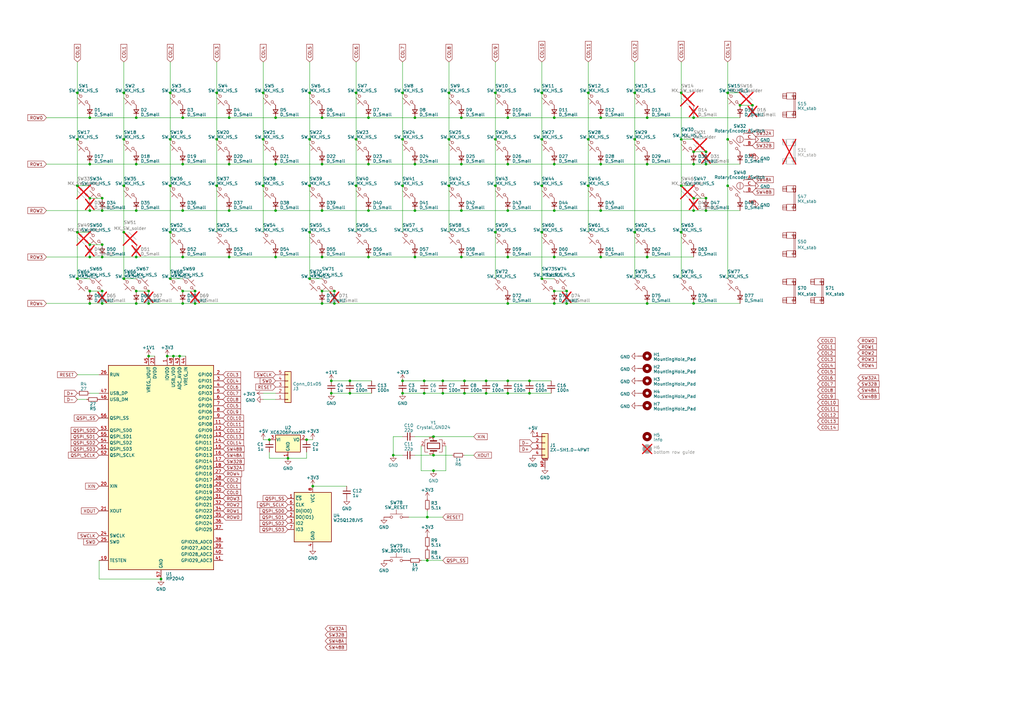
<source format=kicad_sch>
(kicad_sch (version 20250114) (generator "eeschema") (generator_version "9.0")
  (paper "A3")
  (junction (at 298.45 57.15))
  (junction (at 132.08 67.31))
  (junction (at 132.08 48.26))
  (junction (at 203.2 95.25))
  (junction (at 284.48 81.28))
  (junction (at 177.8 179.07))
  (junction (at 88.9 76.2))
  (junction (at 60.96 119.38))
  (junction (at 279.4 95.25))
  (junction (at 36.83 105.41))
  (junction (at 298.45 38.1))
  (junction (at 199.39 156.21))
  (junction (at 93.98 67.31))
  (junction (at 279.4 76.2))
  (junction (at 132.08 86.36))
  (junction (at 73.66 146.05))
  (junction (at 303.53 43.18))
  (junction (at 36.83 86.36))
  (junction (at 107.95 76.2))
  (junction (at 93.98 86.36))
  (junction (at 284.48 62.23))
  (junction (at 127 114.3))
  (junction (at 60.96 124.46))
  (junction (at 151.13 67.31))
  (junction (at 137.16 124.46))
  (junction (at 284.48 67.31))
  (junction (at 241.3 38.1))
  (junction (at 227.33 67.31))
  (junction (at 80.01 119.38))
  (junction (at 55.88 119.38))
  (junction (at 146.05 76.2))
  (junction (at 74.93 86.36))
  (junction (at 170.18 105.41))
  (junction (at 69.85 114.3))
  (junction (at 175.26 229.87))
  (junction (at 246.38 48.26))
  (junction (at 132.08 119.38))
  (junction (at 41.91 124.46))
  (junction (at 232.41 124.46))
  (junction (at 55.88 105.41))
  (junction (at 279.4 57.15))
  (junction (at 165.1 161.29))
  (junction (at 50.8 57.15))
  (junction (at 36.83 81.28))
  (junction (at 36.83 48.26))
  (junction (at 265.43 124.46))
  (junction (at 165.1 57.15))
  (junction (at 208.28 48.26))
  (junction (at 222.25 38.1))
  (junction (at 260.35 38.1))
  (junction (at 151.13 48.26))
  (junction (at 177.8 193.04))
  (junction (at 260.35 57.15))
  (junction (at 203.2 76.2))
  (junction (at 41.91 81.28))
  (junction (at 208.28 161.29))
  (junction (at 232.41 119.38))
  (junction (at 93.98 48.26))
  (junction (at 151.13 105.41))
  (junction (at 190.5 156.21))
  (junction (at 127 38.1))
  (junction (at 80.01 124.46))
  (junction (at 135.89 156.21))
  (junction (at 181.61 156.21))
  (junction (at 66.04 237.49))
  (junction (at 289.56 67.31))
  (junction (at 135.89 161.29))
  (junction (at 55.88 48.26))
  (junction (at 170.18 48.26))
  (junction (at 127 76.2))
  (junction (at 128.27 199.39))
  (junction (at 246.38 86.36))
  (junction (at 146.05 38.1))
  (junction (at 289.56 81.28))
  (junction (at 41.91 119.38))
  (junction (at 71.12 146.05))
  (junction (at 175.26 212.09))
  (junction (at 208.28 67.31))
  (junction (at 31.75 38.1))
  (junction (at 181.61 161.29))
  (junction (at 143.51 156.21))
  (junction (at 31.75 57.15))
  (junction (at 36.83 119.38))
  (junction (at 50.8 38.1))
  (junction (at 189.23 67.31))
  (junction (at 165.1 38.1))
  (junction (at 184.15 38.1))
  (junction (at 161.29 186.69))
  (junction (at 127 95.25))
  (junction (at 165.1 76.2))
  (junction (at 41.91 100.33))
  (junction (at 132.08 105.41))
  (junction (at 208.28 156.21))
  (junction (at 74.93 119.38))
  (junction (at 222.25 95.25))
  (junction (at 110.49 180.34))
  (junction (at 199.39 161.29))
  (junction (at 50.8 76.2))
  (junction (at 137.16 119.38))
  (junction (at 74.93 124.46))
  (junction (at 55.88 67.31))
  (junction (at 74.93 67.31))
  (junction (at 222.25 57.15))
  (junction (at 69.85 38.1))
  (junction (at 74.93 105.41))
  (junction (at 227.33 86.36))
  (junction (at 227.33 124.46))
  (junction (at 93.98 105.41))
  (junction (at 308.61 43.18))
  (junction (at 113.03 86.36))
  (junction (at 222.25 76.2))
  (junction (at 36.83 67.31))
  (junction (at 241.3 57.15))
  (junction (at 246.38 105.41))
  (junction (at 203.2 38.1))
  (junction (at 132.08 124.46))
  (junction (at 289.56 62.23))
  (junction (at 69.85 95.25))
  (junction (at 55.88 124.46))
  (junction (at 41.91 105.41))
  (junction (at 189.23 105.41))
  (junction (at 265.43 67.31))
  (junction (at 31.75 76.2))
  (junction (at 184.15 76.2))
  (junction (at 298.45 76.2))
  (junction (at 170.18 67.31))
  (junction (at 118.11 187.96))
  (junction (at 74.93 48.26))
  (junction (at 143.51 161.29))
  (junction (at 68.58 146.05))
  (junction (at 260.35 95.25))
  (junction (at 36.83 124.46))
  (junction (at 60.96 146.05))
  (junction (at 284.48 86.36))
  (junction (at 189.23 86.36))
  (junction (at 113.03 105.41))
  (junction (at 170.18 86.36))
  (junction (at 222.25 114.3))
  (junction (at 241.3 76.2))
  (junction (at 173.99 156.21))
  (junction (at 279.4 38.1))
  (junction (at 107.95 57.15))
  (junction (at 265.43 105.41))
  (junction (at 146.05 57.15))
  (junction (at 227.33 119.38))
  (junction (at 284.48 124.46))
  (junction (at 69.85 57.15))
  (junction (at 88.9 57.15))
  (junction (at 208.28 124.46))
  (junction (at 50.8 95.25))
  (junction (at 189.23 48.26))
  (junction (at 113.03 48.26))
  (junction (at 173.99 161.29))
  (junction (at 217.17 161.29))
  (junction (at 113.03 67.31))
  (junction (at 177.8 186.69))
  (junction (at 165.1 156.21))
  (junction (at 31.75 95.25))
  (junction (at 127 57.15))
  (junction (at 227.33 105.41))
  (junction (at 203.2 57.15))
  (junction (at 31.75 114.3))
  (junction (at 41.91 86.36))
  (junction (at 227.33 48.26))
  (junction (at 88.9 38.1))
  (junction (at 36.83 100.33))
  (junction (at 151.13 86.36))
  (junction (at 217.17 156.21))
  (junction (at 107.95 38.1))
  (junction (at 190.5 161.29))
  (junction (at 208.28 86.36))
  (junction (at 55.88 86.36))
  (junction (at 265.43 48.26))
  (junction (at 284.48 48.26))
  (junction (at 184.15 57.15))
  (junction (at 50.8 114.3))
  (junction (at 208.28 105.41))
  (junction (at 125.73 180.34))
  (junction (at 69.85 76.2))
  (junction (at 246.38 67.31))
  (junction (at 289.56 86.36))
  (wire (pts (xy 298.45 57.15) (xy 298.45 76.2)))
  (wire (pts (xy 289.56 86.36) (xy 303.53 86.36)))
  (wire (pts (xy 74.93 67.31) (xy 93.98 67.31)))
  (wire (pts (xy 181.61 212.09) (xy 175.26 212.09)))
  (wire (pts (xy 93.98 105.41) (xy 113.03 105.41)))
  (wire (pts (xy 246.38 67.31) (xy 265.43 67.31)))
  (wire (pts (xy 41.91 105.41) (xy 55.88 105.41)))
  (wire (pts (xy 189.23 48.26) (xy 208.28 48.26)))
  (wire (pts (xy 203.2 95.25) (xy 203.2 114.3)))
  (wire (pts (xy 279.4 25.4) (xy 279.4 38.1)))
  (wire (pts (xy 182.88 182.88) (xy 182.88 193.04)))
  (wire (pts (xy 199.39 156.21) (xy 208.28 156.21)))
  (wire (pts (xy 170.18 105.41) (xy 189.23 105.41)))
  (wire (pts (xy 19.05 48.26) (xy 36.83 48.26)))
  (wire (pts (xy 19.05 105.41) (xy 36.83 105.41)))
  (wire (pts (xy 132.08 86.36) (xy 151.13 86.36)))
  (wire (pts (xy 31.75 76.2) (xy 36.83 76.2)))
  (wire (pts (xy 88.9 38.1) (xy 88.9 57.15)))
  (wire (pts (xy 36.83 100.33) (xy 41.91 100.33)))
  (wire (pts (xy 151.13 105.41) (xy 170.18 105.41)))
  (wire (pts (xy 31.75 163.83) (xy 35.56 163.83)))
  (wire (pts (xy 93.98 67.31) (xy 113.03 67.31)))
  (wire (pts (xy 194.31 186.69) (xy 190.5 186.69)))
  (wire (pts (xy 50.8 38.1) (xy 50.8 57.15)))
  (wire (pts (xy 173.99 156.21) (xy 181.61 156.21)))
  (wire (pts (xy 175.26 229.87) (xy 181.61 229.87)))
  (wire (pts (xy 143.51 156.21) (xy 152.4 156.21)))
  (wire (pts (xy 40.64 237.49) (xy 66.04 237.49)))
  (wire (pts (xy 146.05 38.1) (xy 146.05 57.15)))
  (wire (pts (xy 74.93 105.41) (xy 93.98 105.41)))
  (wire (pts (xy 177.8 186.69) (xy 185.42 186.69)))
  (wire (pts (xy 161.29 179.07) (xy 161.29 186.69)))
  (wire (pts (xy 55.88 124.46) (xy 60.96 124.46)))
  (wire (pts (xy 208.28 105.41) (xy 227.33 105.41)))
  (wire (pts (xy 127 38.1) (xy 127 57.15)))
  (wire (pts (xy 88.9 76.2) (xy 88.9 95.25)))
  (wire (pts (xy 137.16 124.46) (xy 208.28 124.46)))
  (wire (pts (xy 241.3 25.4) (xy 241.3 38.1)))
  (wire (pts (xy 146.05 25.4) (xy 146.05 38.1)))
  (wire (pts (xy 279.4 38.1) (xy 279.4 57.15)))
  (wire (pts (xy 279.4 57.15) (xy 279.4 76.2)))
  (wire (pts (xy 177.8 193.04) (xy 182.88 193.04)))
  (wire (pts (xy 69.85 38.1) (xy 69.85 57.15)))
  (wire (pts (xy 167.64 212.09) (xy 175.26 212.09)))
  (wire (pts (xy 265.43 105.41) (xy 284.48 105.41)))
  (wire (pts (xy 181.61 156.21) (xy 190.5 156.21)))
  (wire (pts (xy 165.1 161.29) (xy 173.99 161.29)))
  (wire (pts (xy 55.88 67.31) (xy 74.93 67.31)))
  (wire (pts (xy 36.83 124.46) (xy 41.91 124.46)))
  (wire (pts (xy 260.35 95.25) (xy 260.35 114.3)))
  (wire (pts (xy 60.96 124.46) (xy 74.93 124.46)))
  (wire (pts (xy 36.83 161.29) (xy 40.64 161.29)))
  (wire (pts (xy 189.23 86.36) (xy 208.28 86.36)))
  (wire (pts (xy 279.4 57.15) (xy 284.48 57.15)))
  (wire (pts (xy 127 95.25) (xy 127 114.3)))
  (wire (pts (xy 69.85 25.4) (xy 69.85 38.1)))
  (wire (pts (xy 19.05 86.36) (xy 36.83 86.36)))
  (wire (pts (xy 189.23 67.31) (xy 208.28 67.31)))
  (wire (pts (xy 107.95 76.2) (xy 107.95 95.25)))
  (wire (pts (xy 265.43 48.26) (xy 284.48 48.26)))
  (wire (pts (xy 69.85 76.2) (xy 69.85 95.25)))
  (wire (pts (xy 284.48 124.46) (xy 303.53 124.46)))
  (wire (pts (xy 142.24 199.39) (xy 128.27 199.39)))
  (wire (pts (xy 181.61 161.29) (xy 190.5 161.29)))
  (wire (pts (xy 217.17 161.29) (xy 226.06 161.29)))
  (wire (pts (xy 227.33 86.36) (xy 246.38 86.36)))
  (wire (pts (xy 203.2 25.4) (xy 203.2 38.1)))
  (wire (pts (xy 184.15 76.2) (xy 184.15 95.25)))
  (wire (pts (xy 222.25 114.3) (xy 227.33 114.3)))
  (wire (pts (xy 132.08 119.38) (xy 137.16 119.38)))
  (wire (pts (xy 113.03 48.26) (xy 132.08 48.26)))
  (wire (pts (xy 289.56 67.31) (xy 303.53 67.31)))
  (wire (pts (xy 127 76.2) (xy 127 95.25)))
  (wire (pts (xy 161.29 179.07) (xy 165.1 179.07)))
  (wire (pts (xy 50.8 114.3) (xy 55.88 114.3)))
  (wire (pts (xy 74.93 86.36) (xy 93.98 86.36)))
  (wire (pts (xy 31.75 95.25) (xy 36.83 95.25)))
  (wire (pts (xy 151.13 86.36) (xy 170.18 86.36)))
  (wire (pts (xy 19.05 67.31) (xy 36.83 67.31)))
  (wire (pts (xy 19.05 124.46) (xy 36.83 124.46)))
  (wire (pts (xy 135.89 161.29) (xy 143.51 161.29)))
  (wire (pts (xy 132.08 48.26) (xy 151.13 48.26)))
  (wire (pts (xy 165.1 76.2) (xy 165.1 95.25)))
  (wire (pts (xy 170.18 179.07) (xy 177.8 179.07)))
  (wire (pts (xy 161.29 186.69) (xy 165.1 186.69)))
  (wire (pts (xy 55.88 86.36) (xy 74.93 86.36)))
  (wire (pts (xy 203.2 57.15) (xy 203.2 76.2)))
  (wire (pts (xy 88.9 25.4) (xy 88.9 38.1)))
  (wire (pts (xy 113.03 105.41) (xy 132.08 105.41)))
  (wire (pts (xy 298.45 38.1) (xy 303.53 38.1)))
  (wire (pts (xy 260.35 38.1) (xy 260.35 57.15)))
  (wire (pts (xy 93.98 48.26) (xy 113.03 48.26)))
  (wire (pts (xy 298.45 38.1) (xy 298.45 57.15)))
  (wire (pts (xy 246.38 48.26) (xy 265.43 48.26)))
  (wire (pts (xy 170.18 48.26) (xy 189.23 48.26)))
  (wire (pts (xy 69.85 95.25) (xy 69.85 114.3)))
  (wire (pts (xy 107.95 38.1) (xy 107.95 57.15)))
  (wire (pts (xy 298.45 76.2) (xy 298.45 114.3)))
  (wire (pts (xy 165.1 38.1) (xy 165.1 57.15)))
  (wire (pts (xy 284.48 81.28) (xy 289.56 81.28)))
  (wire (pts (xy 170.18 186.69) (xy 177.8 186.69)))
  (wire (pts (xy 36.83 48.26) (xy 55.88 48.26)))
  (wire (pts (xy 132.08 67.31) (xy 151.13 67.31)))
  (wire (pts (xy 184.15 38.1) (xy 184.15 57.15)))
  (wire (pts (xy 227.33 67.31) (xy 246.38 67.31)))
  (wire (pts (xy 241.3 57.15) (xy 241.3 76.2)))
  (wire (pts (xy 88.9 57.15) (xy 88.9 76.2)))
  (wire (pts (xy 31.75 95.25) (xy 31.75 114.3)))
  (wire (pts (xy 69.85 114.3) (xy 74.93 114.3)))
  (wire (pts (xy 222.25 38.1) (xy 222.25 57.15)))
  (wire (pts (xy 74.93 48.26) (xy 93.98 48.26)))
  (wire (pts (xy 127 114.3) (xy 132.08 114.3)))
  (wire (pts (xy 208.28 67.31) (xy 227.33 67.31)))
  (wire (pts (xy 284.48 48.26) (xy 303.53 48.26)))
  (wire (pts (xy 177.8 179.07) (xy 194.31 179.07)))
  (wire (pts (xy 132.08 124.46) (xy 137.16 124.46)))
  (wire (pts (xy 222.25 76.2) (xy 222.25 95.25)))
  (wire (pts (xy 125.73 180.34) (xy 128.27 180.34)))
  (wire (pts (xy 50.8 95.25) (xy 50.8 114.3)))
  (wire (pts (xy 31.75 57.15) (xy 31.75 76.2)))
  (wire (pts (xy 199.39 161.29) (xy 208.28 161.29)))
  (wire (pts (xy 227.33 119.38) (xy 232.41 119.38)))
  (wire (pts (xy 303.53 43.18) (xy 308.61 43.18)))
  (wire (pts (xy 284.48 86.36) (xy 289.56 86.36)))
  (wire (pts (xy 190.5 161.29) (xy 199.39 161.29)))
  (wire (pts (xy 177.8 193.04) (xy 172.72 193.04)))
  (wire (pts (xy 173.99 161.29) (xy 181.61 161.29)))
  (wire (pts (xy 227.33 105.41) (xy 246.38 105.41)))
  (wire (pts (xy 232.41 124.46) (xy 265.43 124.46)))
  (wire (pts (xy 60.96 146.05) (xy 63.5 146.05)))
  (wire (pts (xy 71.12 146.05) (xy 73.66 146.05)))
  (wire (pts (xy 241.3 76.2) (xy 241.3 95.25)))
  (wire (pts (xy 203.2 38.1) (xy 203.2 57.15)))
  (wire (pts (xy 36.83 119.38) (xy 41.91 119.38)))
  (wire (pts (xy 165.1 25.4) (xy 165.1 38.1)))
  (wire (pts (xy 55.88 119.38) (xy 60.96 119.38)))
  (wire (pts (xy 36.83 81.28) (xy 41.91 81.28)))
  (wire (pts (xy 284.48 67.31) (xy 289.56 67.31)))
  (wire (pts (xy 190.5 156.21) (xy 199.39 156.21)))
  (wire (pts (xy 284.48 62.23) (xy 289.56 62.23)))
  (wire (pts (xy 170.18 67.31) (xy 189.23 67.31)))
  (wire (pts (xy 241.3 38.1) (xy 241.3 57.15)))
  (wire (pts (xy 208.28 124.46) (xy 227.33 124.46)))
  (wire (pts (xy 127 25.4) (xy 127 38.1)))
  (wire (pts (xy 127 57.15) (xy 127 76.2)))
  (wire (pts (xy 93.98 86.36) (xy 113.03 86.36)))
  (wire (pts (xy 50.8 57.15) (xy 50.8 76.2)))
  (wire (pts (xy 222.25 95.25) (xy 222.25 114.3)))
  (wire (pts (xy 50.8 25.4) (xy 50.8 38.1)))
  (wire (pts (xy 40.64 229.87) (xy 40.64 237.49)))
  (wire (pts (xy 69.85 57.15) (xy 69.85 76.2)))
  (wire (pts (xy 31.75 76.2) (xy 31.75 95.25)))
  (wire (pts (xy 184.15 57.15) (xy 184.15 76.2)))
  (wire (pts (xy 55.88 105.41) (xy 74.93 105.41)))
  (wire (pts (xy 151.13 48.26) (xy 170.18 48.26)))
  (wire (pts (xy 246.38 105.41) (xy 265.43 105.41)))
  (wire (pts (xy 172.72 193.04) (xy 172.72 182.88)))
  (wire (pts (xy 107.95 57.15) (xy 107.95 76.2)))
  (wire (pts (xy 222.25 25.4) (xy 222.25 38.1)))
  (wire (pts (xy 279.4 76.2) (xy 279.4 95.25)))
  (wire (pts (xy 125.73 187.96) (xy 125.73 185.42)))
  (wire (pts (xy 74.93 119.38) (xy 80.01 119.38)))
  (wire (pts (xy 265.43 67.31) (xy 284.48 67.31)))
  (wire (pts (xy 146.05 57.15) (xy 146.05 76.2)))
  (wire (pts (xy 175.26 229.87) (xy 172.72 229.87)))
  (wire (pts (xy 31.75 25.4) (xy 31.75 38.1)))
  (wire (pts (xy 36.83 105.41) (xy 41.91 105.41)))
  (wire (pts (xy 222.25 57.15) (xy 222.25 76.2)))
  (wire (pts (xy 41.91 124.46) (xy 55.88 124.46)))
  (wire (pts (xy 36.83 86.36) (xy 41.91 86.36)))
  (wire (pts (xy 208.28 161.29) (xy 217.17 161.29)))
  (wire (pts (xy 107.95 161.29) (xy 113.03 161.29)))
  (wire (pts (xy 203.2 76.2) (xy 203.2 95.25)))
  (wire (pts (xy 113.03 67.31) (xy 132.08 67.31)))
  (wire (pts (xy 298.45 25.4) (xy 298.45 38.1)))
  (wire (pts (xy 208.28 48.26) (xy 227.33 48.26)))
  (wire (pts (xy 74.93 124.46) (xy 80.01 124.46)))
  (wire (pts (xy 107.95 180.34) (xy 110.49 180.34)))
  (wire (pts (xy 208.28 86.36) (xy 227.33 86.36)))
  (wire (pts (xy 143.51 161.29) (xy 152.4 161.29)))
  (wire (pts (xy 73.66 146.05) (xy 76.2 146.05)))
  (wire (pts (xy 227.33 124.46) (xy 232.41 124.46)))
  (wire (pts (xy 279.4 95.25) (xy 279.4 114.3)))
  (wire (pts (xy 110.49 187.96) (xy 118.11 187.96)))
  (wire (pts (xy 40.64 153.67) (xy 31.75 153.67)))
  (wire (pts (xy 265.43 124.46) (xy 284.48 124.46)))
  (wire (pts (xy 279.4 76.2) (xy 284.48 76.2)))
  (wire (pts (xy 132.08 105.41) (xy 151.13 105.41)))
  (wire (pts (xy 41.91 86.36) (xy 55.88 86.36)))
  (wire (pts (xy 208.28 156.21) (xy 217.17 156.21)))
  (wire (pts (xy 113.03 86.36) (xy 132.08 86.36)))
  (wire (pts (xy 107.95 25.4) (xy 107.95 38.1)))
  (wire (pts (xy 80.01 124.46) (xy 132.08 124.46)))
  (wire (pts (xy 31.75 114.3) (xy 36.83 114.3)))
  (wire (pts (xy 260.35 25.4) (xy 260.35 38.1)))
  (wire (pts (xy 50.8 76.2) (xy 50.8 95.25)))
  (wire (pts (xy 175.26 209.55) (xy 175.26 212.09)))
  (wire (pts (xy 165.1 156.21) (xy 173.99 156.21)))
  (wire (pts (xy 55.88 48.26) (xy 74.93 48.26)))
  (wire (pts (xy 151.13 67.31) (xy 170.18 67.31)))
  (wire (pts (xy 118.11 187.96) (xy 125.73 187.96)))
  (wire (pts (xy 227.33 48.26) (xy 246.38 48.26)))
  (wire (pts (xy 246.38 86.36) (xy 284.48 86.36)))
  (wire (pts (xy 110.49 185.42) (xy 110.49 187.96)))
  (wire (pts (xy 107.95 163.83) (xy 113.03 163.83)))
  (wire (pts (xy 135.89 156.21) (xy 143.51 156.21)))
  (wire (pts (xy 31.75 38.1) (xy 31.75 57.15)))
  (wire (pts (xy 189.23 105.41) (xy 208.28 105.41)))
  (wire (pts (xy 170.18 86.36) (xy 189.23 86.36)))
  (wire (pts (xy 36.83 67.31) (xy 55.88 67.31)))
  (wire (pts (xy 184.15 25.4) (xy 184.15 38.1)))
  (wire (pts (xy 260.35 57.15) (xy 260.35 95.25)))
  (wire (pts (xy 68.58 146.05) (xy 71.12 146.05)))
  (wire (pts (xy 146.05 76.2) (xy 146.05 95.25)))
  (wire (pts (xy 217.17 156.21) (xy 226.06 156.21)))
  (wire (pts (xy 165.1 57.15) (xy 165.1 76.2)))
  (global_label "SW48B" (shape input) (at 133.35 265.43 0) (property "Intersheetrefs" "${INTERSHEET_REFS}" (effects (hide yes))))
  (global_label "D+" (shape input) (at 31.75 161.29 180) (property "Intersheetrefs" "${INTERSHEET_REFS}" (effects (hide yes))))
  (global_label "COL9" (shape input) (at 203.2 25.4 90) (property "Intersheetrefs" "${INTERSHEET_REFS}" (effects (hide yes))))
  (global_label "COL4" (shape input) (at 107.95 25.4 90) (property "Intersheetrefs" "${INTERSHEET_REFS}" (effects (hide yes))))
  (global_label "SW48A" (shape input) (at 91.44 186.69 0) (property "Intersheetrefs" "${INTERSHEET_REFS}" (effects (hide yes))))
  (global_label "COL5" (shape input) (at 335.28 152.4 0) (property "Intersheetrefs" "${INTERSHEET_REFS}" (effects (hide yes))))
  (global_label "COL5" (shape input) (at 127 25.4 90) (property "Intersheetrefs" "${INTERSHEET_REFS}" (effects (hide yes))))
  (global_label "SW32B" (shape input) (at 351.79 157.48 0) (property "Intersheetrefs" "${INTERSHEET_REFS}" (effects (hide yes))))
  (global_label "SW32A" (shape input) (at 308.61 54.61 0) (property "Intersheetrefs" "${INTERSHEET_REFS}" (effects (hide yes))))
  (global_label "SW32B" (shape input) (at 91.44 189.23 0) (property "Intersheetrefs" "${INTERSHEET_REFS}" (effects (hide yes))))
  (global_label "COL10" (shape input) (at 335.28 165.1 0) (property "Intersheetrefs" "${INTERSHEET_REFS}" (effects (hide yes))))
  (global_label "COL12" (shape input) (at 91.44 176.53 0) (property "Intersheetrefs" "${INTERSHEET_REFS}" (effects (hide yes))))
  (global_label "COL11" (shape input) (at 91.44 173.99 0) (property "Intersheetrefs" "${INTERSHEET_REFS}" (effects (hide yes))))
  (global_label "COL0" (shape input) (at 91.44 201.93 0) (property "Intersheetrefs" "${INTERSHEET_REFS}" (effects (hide yes))))
  (global_label "COL7" (shape input) (at 165.1 25.4 90) (property "Intersheetrefs" "${INTERSHEET_REFS}" (effects (hide yes))))
  (global_label "COL2" (shape input) (at 335.28 144.78 0) (property "Intersheetrefs" "${INTERSHEET_REFS}" (effects (hide yes))))
  (global_label "COL12" (shape input) (at 260.35 25.4 90) (property "Intersheetrefs" "${INTERSHEET_REFS}" (effects (hide yes))))
  (global_label "COL6" (shape input) (at 146.05 25.4 90) (property "Intersheetrefs" "${INTERSHEET_REFS}" (effects (hide yes))))
  (global_label "COL0" (shape input) (at 335.28 139.7 0) (property "Intersheetrefs" "${INTERSHEET_REFS}" (effects (hide yes))))
  (global_label "SW32A" (shape input) (at 351.79 154.94 0) (property "Intersheetrefs" "${INTERSHEET_REFS}" (effects (hide yes))))
  (global_label "SW48B" (shape input) (at 308.61 78.74 0) (property "Intersheetrefs" "${INTERSHEET_REFS}" (effects (hide yes))))
  (global_label "SW48B" (shape input) (at 351.79 162.56 0) (property "Intersheetrefs" "${INTERSHEET_REFS}" (effects (hide yes))))
  (global_label "SW32A" (shape input) (at 91.44 191.77 0) (property "Intersheetrefs" "${INTERSHEET_REFS}" (effects (hide yes))))
  (global_label "COL9" (shape input) (at 91.44 168.91 0) (property "Intersheetrefs" "${INTERSHEET_REFS}" (effects (hide yes))))
  (global_label "ROW3" (shape input) (at 91.44 204.47 0) (property "Intersheetrefs" "${INTERSHEET_REFS}" (effects (hide yes))))
  (global_label "COL8" (shape input) (at 91.44 163.83 0) (property "Intersheetrefs" "${INTERSHEET_REFS}" (effects (hide yes))))
  (global_label "QSPI_SD1" (shape input) (at 118.11 212.09 180) (property "Intersheetrefs" "${INTERSHEET_REFS}" (effects (hide yes))))
  (global_label "COL7" (shape input) (at 335.28 157.48 0) (property "Intersheetrefs" "${INTERSHEET_REFS}" (effects (hide yes))))
  (global_label "COL13" (shape input) (at 335.28 172.72 0) (property "Intersheetrefs" "${INTERSHEET_REFS}" (effects (hide yes))))
  (global_label "ROW2" (shape input) (at 91.44 207.01 0) (property "Intersheetrefs" "${INTERSHEET_REFS}" (effects (hide yes))))
  (global_label "QSPI_SCLK" (shape input) (at 118.11 207.01 180) (property "Intersheetrefs" "${INTERSHEET_REFS}" (effects (hide yes))))
  (global_label "SW32B" (shape input) (at 133.35 260.35 0) (property "Intersheetrefs" "${INTERSHEET_REFS}" (effects (hide yes))))
  (global_label "QSPI_SS" (shape input) (at 118.11 204.47 180) (property "Intersheetrefs" "${INTERSHEET_REFS}" (effects (hide yes))))
  (global_label "COL11" (shape input) (at 241.3 25.4 90) (property "Intersheetrefs" "${INTERSHEET_REFS}" (effects (hide yes))))
  (global_label "COL4" (shape input) (at 335.28 149.86 0) (property "Intersheetrefs" "${INTERSHEET_REFS}" (effects (hide yes))))
  (global_label "COL13" (shape input) (at 91.44 179.07 0) (property "Intersheetrefs" "${INTERSHEET_REFS}" (effects (hide yes))))
  (global_label "XIN" (shape input) (at 40.64 199.39 180) (property "Intersheetrefs" "${INTERSHEET_REFS}" (effects (hide yes))))
  (global_label "COL12" (shape input) (at 335.28 170.18 0) (property "Intersheetrefs" "${INTERSHEET_REFS}" (effects (hide yes))))
  (global_label "QSPI_SS" (shape input) (at 181.61 229.87 0) (property "Intersheetrefs" "${INTERSHEET_REFS}" (effects (hide yes))))
  (global_label "COL1" (shape input) (at 50.8 25.4 90) (property "Intersheetrefs" "${INTERSHEET_REFS}" (effects (hide yes))))
  (global_label "ROW1" (shape input) (at 91.44 209.55 0) (property "Intersheetrefs" "${INTERSHEET_REFS}" (effects (hide yes))))
  (global_label "SWD" (shape input) (at 113.03 156.21 180) (property "Intersheetrefs" "${INTERSHEET_REFS}" (effects (hide yes))))
  (global_label "COL14" (shape input) (at 298.45 25.4 90) (property "Intersheetrefs" "${INTERSHEET_REFS}" (effects (hide yes))))
  (global_label "COL9" (shape input) (at 335.28 162.56 0) (property "Intersheetrefs" "${INTERSHEET_REFS}" (effects (hide yes))))
  (global_label "SW48A" (shape input) (at 351.79 160.02 0) (property "Intersheetrefs" "${INTERSHEET_REFS}" (effects (hide yes))))
  (global_label "D-" (shape input) (at 31.75 163.83 180) (property "Intersheetrefs" "${INTERSHEET_REFS}" (effects (hide yes))))
  (global_label "ROW1" (shape input) (at 351.79 142.24 0) (property "Intersheetrefs" "${INTERSHEET_REFS}" (effects (hide yes))))
  (global_label "SWCLK" (shape input) (at 113.03 153.67 180) (property "Intersheetrefs" "${INTERSHEET_REFS}" (effects (hide yes))))
  (global_label "XOUT" (shape input) (at 194.31 186.69 0) (property "Intersheetrefs" "${INTERSHEET_REFS}" (effects (hide yes))))
  (global_label "RESET" (shape input) (at 113.03 158.75 180) (property "Intersheetrefs" "${INTERSHEET_REFS}" (effects (hide yes))))
  (global_label "COL0" (shape input) (at 31.75 25.4 90) (property "Intersheetrefs" "${INTERSHEET_REFS}" (effects (hide yes))))
  (global_label "QSPI_SS" (shape input) (at 40.64 171.45 180) (property "Intersheetrefs" "${INTERSHEET_REFS}" (effects (hide yes))))
  (global_label "QSPI_SCLK" (shape input) (at 40.64 186.69 180) (property "Intersheetrefs" "${INTERSHEET_REFS}" (effects (hide yes))))
  (global_label "QSPI_SD2" (shape input) (at 118.11 214.63 180) (property "Intersheetrefs" "${INTERSHEET_REFS}" (effects (hide yes))))
  (global_label "COL3" (shape input) (at 335.28 147.32 0) (property "Intersheetrefs" "${INTERSHEET_REFS}" (effects (hide yes))))
  (global_label "SW48A" (shape input) (at 308.61 73.66 0) (property "Intersheetrefs" "${INTERSHEET_REFS}" (effects (hide yes))))
  (global_label "QSPI_SD0" (shape input) (at 40.64 176.53 180) (property "Intersheetrefs" "${INTERSHEET_REFS}" (effects (hide yes))))
  (global_label "COL8" (shape input) (at 184.15 25.4 90) (property "Intersheetrefs" "${INTERSHEET_REFS}" (effects (hide yes))))
  (global_label "QSPI_SD3" (shape input) (at 40.64 184.15 180) (property "Intersheetrefs" "${INTERSHEET_REFS}" (effects (hide yes))))
  (global_label "COL1" (shape input) (at 335.28 142.24 0) (property "Intersheetrefs" "${INTERSHEET_REFS}" (effects (hide yes))))
  (global_label "COL13" (shape input) (at 279.4 25.4 90) (property "Intersheetrefs" "${INTERSHEET_REFS}" (effects (hide yes))))
  (global_label "ROW3" (shape input) (at 19.05 105.41 180) (property "Intersheetrefs" "${INTERSHEET_REFS}" (effects (hide yes))))
  (global_label "SW48A" (shape input) (at 133.35 262.89 0) (property "Intersheetrefs" "${INTERSHEET_REFS}" (effects (hide yes))))
  (global_label "XIN" (shape input) (at 194.31 179.07 0) (property "Intersheetrefs" "${INTERSHEET_REFS}" (effects (hide yes))))
  (global_label "COL8" (shape input) (at 335.28 160.02 0) (property "Intersheetrefs" "${INTERSHEET_REFS}" (effects (hide yes))))
  (global_label "ROW0" (shape input) (at 19.05 48.26 180) (property "Intersheetrefs" "${INTERSHEET_REFS}" (effects (hide yes))))
  (global_label "COL3" (shape input) (at 88.9 25.4 90) (property "Intersheetrefs" "${INTERSHEET_REFS}" (effects (hide yes))))
  (global_label "ROW0" (shape input) (at 351.79 139.7 0) (property "Intersheetrefs" "${INTERSHEET_REFS}" (effects (hide yes))))
  (global_label "ROW2" (shape input) (at 351.79 144.78 0) (property "Intersheetrefs" "${INTERSHEET_REFS}" (effects (hide yes))))
  (global_label "QSPI_SD2" (shape input) (at 40.64 181.61 180) (property "Intersheetrefs" "${INTERSHEET_REFS}" (effects (hide yes))))
  (global_label "COL2" (shape input) (at 91.44 196.85 0) (property "Intersheetrefs" "${INTERSHEET_REFS}" (effects (hide yes))))
  (global_label "COL11" (shape input) (at 335.28 167.64 0) (property "Intersheetrefs" "${INTERSHEET_REFS}" (effects (hide yes))))
  (global_label "COL6" (shape input) (at 91.44 158.75 0) (property "Intersheetrefs" "${INTERSHEET_REFS}" (effects (hide yes))))
  (global_label "D-" (shape input) (at 218.44 181.61 180) (property "Intersheetrefs" "${INTERSHEET_REFS}" (effects (hide yes))))
  (global_label "COL14" (shape input) (at 335.28 175.26 0) (property "Intersheetrefs" "${INTERSHEET_REFS}" (effects (hide yes))))
  (global_label "COL7" (shape input) (at 91.44 161.29 0) (property "Intersheetrefs" "${INTERSHEET_REFS}" (effects (hide yes))))
  (global_label "COL14" (shape input) (at 91.44 181.61 0) (property "Intersheetrefs" "${INTERSHEET_REFS}" (effects (hide yes))))
  (global_label "RESET" (shape input) (at 31.75 153.67 180) (property "Intersheetrefs" "${INTERSHEET_REFS}" (effects (hide yes))))
  (global_label "SW48B" (shape input) (at 91.44 184.15 0) (property "Intersheetrefs" "${INTERSHEET_REFS}" (effects (hide yes))))
  (global_label "QSPI_SD0" (shape input) (at 118.11 209.55 180) (property "Intersheetrefs" "${INTERSHEET_REFS}" (effects (hide yes))))
  (global_label "SW32A" (shape input) (at 133.35 257.81 0) (property "Intersheetrefs" "${INTERSHEET_REFS}" (effects (hide yes))))
  (global_label "COL10" (shape input) (at 222.25 25.4 90) (property "Intersheetrefs" "${INTERSHEET_REFS}" (effects (hide yes))))
  (global_label "SWCLK" (shape input) (at 40.64 219.71 180) (property "Intersheetrefs" "${INTERSHEET_REFS}" (effects (hide yes))))
  (global_label "ROW0" (shape input) (at 91.44 212.09 0) (property "Intersheetrefs" "${INTERSHEET_REFS}" (effects (hide yes))))
  (global_label "ROW1" (shape input) (at 19.05 67.31 180) (property "Intersheetrefs" "${INTERSHEET_REFS}" (effects (hide yes))))
  (global_label "COL1" (shape input) (at 91.44 199.39 0) (property "Intersheetrefs" "${INTERSHEET_REFS}" (effects (hide yes))))
  (global_label "SWD" (shape input) (at 40.64 222.25 180) (property "Intersheetrefs" "${INTERSHEET_REFS}" (effects (hide yes))))
  (global_label "QSPI_SD1" (shape input) (at 40.64 179.07 180) (property "Intersheetrefs" "${INTERSHEET_REFS}" (effects (hide yes))))
  (global_label "COL6" (shape input) (at 335.28 154.94 0) (property "Intersheetrefs" "${INTERSHEET_REFS}" (effects (hide yes))))
  (global_label "ROW4" (shape input) (at 91.44 194.31 0) (property "Intersheetrefs" "${INTERSHEET_REFS}" (effects (hide yes))))
  (global_label "XOUT" (shape input) (at 40.64 209.55 180) (property "Intersheetrefs" "${INTERSHEET_REFS}" (effects (hide yes))))
  (global_label "ROW3" (shape input) (at 351.79 147.32 0) (property "Intersheetrefs" "${INTERSHEET_REFS}" (effects (hide yes))))
  (global_label "D+" (shape input) (at 218.44 184.15 180) (property "Intersheetrefs" "${INTERSHEET_REFS}" (effects (hide yes))))
  (global_label "ROW4" (shape input) (at 19.05 124.46 180) (property "Intersheetrefs" "${INTERSHEET_REFS}" (effects (hide yes))))
  (global_label "QSPI_SD3" (shape input) (at 118.11 217.17 180) (property "Intersheetrefs" "${INTERSHEET_REFS}" (effects (hide yes))))
  (global_label "ROW4" (shape input) (at 351.79 149.86 0) (property "Intersheetrefs" "${INTERSHEET_REFS}" (effects (hide yes))))
  (global_label "RESET" (shape input) (at 181.61 212.09 0) (property "Intersheetrefs" "${INTERSHEET_REFS}" (effects (hide yes))))
  (global_label "ROW2" (shape input) (at 19.05 86.36 180) (property "Intersheetrefs" "${INTERSHEET_REFS}" (effects (hide yes))))
  (global_label "COL5" (shape input) (at 91.44 166.37 0) (property "Intersheetrefs" "${INTERSHEET_REFS}" (effects (hide yes))))
  (global_label "COL4" (shape input) (at 91.44 156.21 0) (property "Intersheetrefs" "${INTERSHEET_REFS}" (effects (hide yes))))
  (global_label "COL2" (shape input) (at 69.85 25.4 90) (property "Intersheetrefs" "${INTERSHEET_REFS}" (effects (hide yes))))
  (global_label "COL10" (shape input) (at 91.44 171.45 0) (property "Intersheetrefs" "${INTERSHEET_REFS}" (effects (hide yes))))
  (global_label "COL3" (shape input) (at 91.44 153.67 0) (property "Intersheetrefs" "${INTERSHEET_REFS}" (effects (hide yes))))
  (global_label "SW32B" (shape input) (at 308.61 59.69 0) (property "Intersheetrefs" "${INTERSHEET_REFS}" (effects (hide yes))))
  (symbol (lib_id "Device:C_Small") (at 173.99 158.75 0) (unit 1)
    (property "Reference" "C6" (at 176.3141 158.1126 0) (effects (justify left)))
    (property "Value" "1u" (at 176.3141 160.0336 0) (effects (justify left)))
    (property "Footprint" "Capacitor_SMD:C_0402_1005Metric" (effects (hide yes)))
  )
  (symbol (lib_id "PCM_marbastlib-mx:MX_SW_solder") (at 205.74 78.74 180) (unit 1)
    (property "Reference" "SW43" (at 205.74 73.3171 0))
    (property "Value" "SW_MX_HS_S" (at 205.74 75.2381 0))
    (property "Footprint" "PCM_marbastlib-mx:SW_MX_HS_S_CPG151101S11_1u" (effects (hide yes)))
  )
  (symbol (lib_id "Device:R_Small") (at 175.26 207.01 180) (unit 1)
    (property "Reference" "R3" (at 176.7586 206.3663 0) (effects (justify right)))
    (property "Value" "5.1k" (at 176.7586 208.2873 0) (effects (justify right)))
    (property "Footprint" "Resistor_SMD:R_0402_1005Metric" (effects (hide yes)))
  )
  (symbol (lib_id "power:+5V") (at 107.95 180.34 0) (unit 1)
    (property "Reference" "#PWR012" (effects (hide yes)))
    (property "Value" "+5V" (at 107.95 176.8381 0))
  )
  (symbol (lib_id "Device:D_Small") (at 284.48 121.92 90) (unit 1)
    (property "Reference" "D76" (at 286.258 121.2763 90) (effects (justify right)))
    (property "Value" "D_Small" (at 286.258 123.1973 90) (effects (justify right)))
    (property "Footprint" "shoonies_parts:D_SOD-123_CLEAN" (effects (hide yes)))
    (property "Sim.Device" "D" (effects (hide yes)))
    (property "Sim.Pins" "1=K 2=A" (effects (hide yes)))
  )
  (symbol (lib_id "power:GND") (at 223.52 191.77 0) (unit 1)
    (property "Reference" "#PWR022" (effects (hide yes)))
    (property "Value" "GND" (at 223.52 195.9055 0))
  )
  (symbol (lib_id "power:GND") (at 135.89 161.29 0) (unit 1)
    (property "Reference" "#PWR025" (effects (hide yes)))
    (property "Value" "GND" (at 135.89 165.4255 0))
  )
  (symbol (lib_id "Mechanical:MountingHole_Pad") (at 264.16 166.37 270) (unit 1)
    (property "Reference" "H7" (at 267.97 165.7263 90) (effects (justify left)))
    (property "Value" "MountingHole_Pad" (at 267.97 167.6473 90) (effects (justify left)))
    (property "Footprint" "MountingHole:MountingHole_6mm_Pad" (effects (hide yes)))
  )
  (symbol (lib_id "Device:D_Small") (at 55.88 45.72 90) (unit 1)
    (property "Reference" "D2" (at 57.658 45.0763 90) (effects (justify right)))
    (property "Value" "D_Small" (at 57.658 46.9973 90) (effects (justify right)))
    (property "Footprint" "shoonies_parts:D_SOD-123_CLEAN" (effects (hide yes)))
    (property "Sim.Device" "D" (effects (hide yes)))
    (property "Sim.Pins" "1=K 2=A" (effects (hide yes)))
  )
  (symbol (lib_id "Regulator_Linear:XC6206PxxxMR") (at 118.11 180.34 0) (unit 1)
    (property "Reference" "U2" (at 118.11 175.4251 0))
    (property "Value" "XC6206PxxxMR" (at 118.11 177.3461 0))
    (property "Footprint" "Package_TO_SOT_SMD:SOT-23-3" (effects (hide yes)))
    (property "Datasheet" "https://www.torexsemi.com/file/xc6206/XC6206.pdf" (effects (hide yes)))
  )
  (symbol (lib_id "Device:D_Small") (at 246.38 102.87 90) (unit 1)
    (property "Reference" "D61" (at 248.158 102.2263 90) (effects (justify right)))
    (property "Value" "D_Small" (at 248.158 104.1473 90) (effects (justify right)))
    (property "Footprint" "shoonies_parts:D_SOD-123_CLEAN" (effects (hide yes)))
    (property "Sim.Device" "D" (effects (hide yes)))
    (property "Sim.Pins" "1=K 2=A" (effects (hide yes)))
  )
  (symbol (lib_id "Device:C_Small") (at 167.64 179.07 90) (unit 1)
    (property "Reference" "C10" (at 167.6463 174.498 90))
    (property "Value" "22p" (at 167.6463 176.419 90))
    (property "Footprint" "Capacitor_SMD:C_0402_1005Metric" (effects (hide yes)))
  )
  (symbol (lib_id "PCM_marbastlib-mx:MX_SW_solder") (at 129.54 78.74 180) (unit 1)
    (property "Reference" "SW39" (at 129.54 73.3171 0))
    (property "Value" "SW_MX_HS_S" (at 129.54 75.2381 0))
    (property "Footprint" "PCM_marbastlib-mx:SW_MX_HS_S_CPG151101S11_1u" (effects (hide yes)))
  )
  (symbol (lib_id "Device:D_Small") (at 151.13 102.87 90) (unit 1)
    (property "Reference" "D56" (at 152.908 102.2263 90) (effects (justify right)))
    (property "Value" "D_Small" (at 152.908 104.1473 90) (effects (justify right)))
    (property "Footprint" "shoonies_parts:D_SOD-123_CLEAN" (effects (hide yes)))
    (property "Sim.Device" "D" (effects (hide yes)))
    (property "Sim.Pins" "1=K 2=A" (effects (hide yes)))
  )
  (symbol (lib_id "PCM_marbastlib-mx:MX_SW_solder") (at 262.89 97.79 180) (unit 1)
    (property "Reference" "SW62" (at 262.89 92.3671 0))
    (property "Value" "SW_MX_HS_S" (at 262.89 94.2881 0))
    (property "Footprint" "PCM_marbastlib-mx:SW_MX_HS_S_CPG151101S11_1u" (effects (hide yes)))
  )
  (symbol (lib_id "Device:C_Small") (at 226.06 158.75 0) (unit 1)
    (property "Reference" "C16" (at 228.3841 158.1126 0) (effects (justify left)))
    (property "Value" "100n" (at 228.3841 160.0336 0) (effects (justify left)))
    (property "Footprint" "Capacitor_SMD:C_0402_1005Metric" (effects (hide yes)))
  )
  (symbol (lib_id "power:+3V3") (at 175.26 204.47 0) (unit 1)
    (property "Reference" "#PWR027" (effects (hide yes)))
    (property "Value" "+3V3" (at 175.26 200.9681 0))
  )
  (symbol (lib_id "power:GND") (at 308.61 57.15 90) (unit 1)
    (property "Reference" "#PWR01" (effects (hide yes)))
    (property "Value" "GND" (at 311.785 57.4668 90) (effects (justify right)))
  )
  (symbol (lib_id "PCM_marbastlib-mx:MX_SW_solder") (at 224.79 59.69 180) (unit 1)
    (property "Reference" "SW27" (at 224.79 54.2671 0))
    (property "Value" "SW_MX_HS_S" (at 224.79 56.1881 0))
    (property "Footprint" "PCM_marbastlib-mx:SW_MX_HS_S_CPG151101S11_1u" (effects (hide yes)))
  )
  (symbol (lib_id "PCM_marbastlib-mx:MX_SW_solder") (at 34.29 116.84 180) (unit 1)
    (property "Reference" "SW64" (at 34.29 111.4171 0))
    (property "Value" "SW_MX_HS_S" (at 34.29 113.3381 0))
    (property "Footprint" "PCM_marbastlib-mx:SW_MX_HS_S_CPG151101S11_1u" (effects (hide yes)))
  )
  (symbol (lib_id "PCM_marbastlib-mx:MX_SW_solder") (at 186.69 97.79 180) (unit 1)
    (property "Reference" "SW58" (at 186.69 92.3671 0))
    (property "Value" "SW_MX_HS_S" (at 186.69 94.2881 0))
    (property "Footprint" "PCM_marbastlib-mx:SW_MX_HS_S_CPG151101S11_1u" (effects (hide yes)))
  )
  (symbol (lib_id "power:+3V3") (at 68.58 146.05 0) (unit 1)
    (property "Reference" "#PWR020" (effects (hide yes)))
    (property "Value" "+3V3" (at 68.58 142.5481 0))
  )
  (symbol (lib_id "Device:D_Small") (at 113.03 83.82 90) (unit 1)
    (property "Reference" "D38" (at 114.808 83.1763 90) (effects (justify right)))
    (property "Value" "D_Small" (at 114.808 85.0973 90) (effects (justify right)))
    (property "Footprint" "shoonies_parts:D_SOD-123_CLEAN" (effects (hide yes)))
    (property "Sim.Device" "D" (effects (hide yes)))
    (property "Sim.Pins" "1=K 2=A" (effects (hide yes)))
  )
  (symbol (lib_id "power:+3V3") (at 165.1 156.21 0) (unit 1)
    (property "Reference" "#PWR024" (effects (hide yes)))
    (property "Value" "+3V3" (at 165.1 152.7081 0))
  )
  (symbol (lib_id "PCM_marbastlib-mx:MX_SW_solder") (at 167.64 97.79 180) (unit 1)
    (property "Reference" "SW57" (at 167.64 92.3671 0))
    (property "Value" "SW_MX_HS_S" (at 167.64 94.2881 0))
    (property "Footprint" "PCM_marbastlib-mx:SW_MX_HS_S_CPG151101S11_1u" (effects (hide yes)))
  )
  (symbol (lib_id "power:GND") (at 128.27 224.79 0) (unit 1)
    (property "Reference" "#PWR038" (effects (hide yes)))
    (property "Value" "GND" (at 128.27 228.9255 0))
  )
  (symbol (lib_id "PCM_marbastlib-mx:MX_SW_solder") (at 39.37 78.74 180) (unit 1)
    (property "Reference" "SW34" (at 39.37 73.3171 0))
    (property "Value" "SW_MX_HS_S" (at 39.37 75.2381 0))
    (property "Footprint" "PCM_marbastlib-mx:SW_MX_HS_S_CPG151101S11_1u" (effects (hide yes)))
  )
  (symbol (lib_id "PCM_marbastlib-mx:MX_SW_solder") (at 34.29 59.69 180) (unit 1)
    (property "Reference" "SW17" (at 34.29 54.2671 0))
    (property "Value" "SW_MX_HS_S" (at 34.29 56.1881 0))
    (property "Footprint" "PCM_marbastlib-mx:SW_MX_HS_S_CPG151101S11_1u" (effects (hide yes)))
  )
  (symbol (lib_id "power:GND") (at 261.62 156.21 270) (unit 1)
    (property "Reference" "#PWR09" (effects (hide yes)))
    (property "Value" "GND" (at 258.4451 156.5268 90) (effects (justify right)))
  )
  (symbol (lib_id "Device:D_Small") (at 208.28 45.72 90) (unit 1)
    (property "Reference" "D10" (at 210.058 45.0763 90) (effects (justify right)))
    (property "Value" "D_Small" (at 210.058 46.9973 90) (effects (justify right)))
    (property "Footprint" "shoonies_parts:D_SOD-123_CLEAN" (effects (hide yes)))
    (property "Sim.Device" "D" (effects (hide yes)))
    (property "Sim.Pins" "1=K 2=A" (effects (hide yes)))
  )
  (symbol (lib_id "Device:R_Small") (at 34.29 161.29 90) (unit 1)
    (property "Reference" "R4" (at 34.29 157.5435 90))
    (property "Value" "27" (at 34.29 159.4645 90))
    (property "Footprint" "Resistor_SMD:R_0402_1005Metric" (effects (hide yes)))
  )
  (symbol (lib_id "PCM_marbastlib-mx:MX_SW_solder") (at 205.74 40.64 180) (unit 1)
    (property "Reference" "SW10" (at 205.74 35.2171 0))
    (property "Value" "SW_MX_HS_S" (at 205.74 37.1381 0))
    (property "Footprint" "PCM_marbastlib-mx:SW_MX_HS_S_CPG151101S11_1u" (effects (hide yes)))
  )
  (symbol (lib_id "Device:D_Small") (at 151.13 83.82 90) (unit 1)
    (property "Reference" "D40" (at 152.908 83.1763 90) (effects (justify right)))
    (property "Value" "D_Small" (at 152.908 85.0973 90) (effects (justify right)))
    (property "Footprint" "shoonies_parts:D_SOD-123_CLEAN" (effects (hide yes)))
    (property "Sim.Device" "D" (effects (hide yes)))
    (property "Sim.Pins" "1=K 2=A" (effects (hide yes)))
  )
  (symbol (lib_id "Device:D_Small") (at 265.43 121.92 90) (unit 1)
    (property "Reference" "D75" (at 267.208 121.2763 90) (effects (justify right)))
    (property "Value" "D_Small" (at 267.208 123.1973 90) (effects (justify right)))
    (property "Footprint" "shoonies_parts:D_SOD-123_CLEAN" (effects (hide yes)))
    (property "Sim.Device" "D" (effects (hide yes)))
    (property "Sim.Pins" "1=K 2=A" (effects (hide yes)))
  )
  (symbol (lib_id "PCM_marbastlib-mx:MX_SW_solder") (at 205.74 116.84 180) (unit 1)
    (property "Reference" "SW72" (at 205.74 111.4171 0))
    (property "Value" "SW_MX_HS_S" (at 205.74 113.3381 0))
    (property "Footprint" "PCM_marbastlib-mx:SW_MX_HS_S_CPG151101S11_1u" (effects (hide yes)))
  )
  (symbol (lib_id "PCM_marbastlib-mx:MX_SW_solder") (at 281.94 78.74 180) (unit 1) (in_bom no) (on_board no) (dnp yes)
    (property "Reference" "SW46" (at 281.94 73.3171 0))
    (property "Value" "MX_SW_solder" (at 281.94 75.2381 0))
    (property "Footprint" "PCM_marbastlib-mx:SW_MX_HS_S_CPG151101S11_1u" (effects (hide yes)))
  )
  (symbol (lib_id "Device:D_Small") (at 265.43 64.77 90) (unit 1)
    (property "Reference" "D29" (at 267.208 64.1263 90) (effects (justify right)))
    (property "Value" "D_Small" (at 267.208 66.0473 90) (effects (justify right)))
    (property "Footprint" "shoonies_parts:D_SOD-123_CLEAN" (effects (hide yes)))
    (property "Sim.Device" "D" (effects (hide yes)))
    (property "Sim.Pins" "1=K 2=A" (effects (hide yes)))
  )
  (symbol (lib_id "Mechanical:MountingHole_Pad") (at 264.16 151.13 270) (unit 1)
    (property "Reference" "H2" (at 267.97 150.4863 90) (effects (justify left)))
    (property "Value" "MountingHole_Pad" (at 267.97 152.4073 90) (effects (justify left)))
    (property "Footprint" "MountingHole:MountingHole_2.2mm_M2_Pad" (effects (hide yes)))
  )
  (symbol (lib_id "Device:C_Small") (at 135.89 158.75 0) (unit 1)
    (property "Reference" "C4" (at 138.2141 158.1126 0) (effects (justify left)))
    (property "Value" "1u" (at 138.2141 160.0336 0) (effects (justify left)))
    (property "Footprint" "Capacitor_SMD:C_0402_1005Metric" (effects (hide yes)))
  )
  (symbol (lib_id "Device:D_Small") (at 284.48 45.72 90) (unit 1) (in_bom no) (on_board no) (dnp yes)
    (property "Reference" "D14" (at 286.258 45.0763 90) (effects (justify right)))
    (property "Value" "D_Small" (at 286.258 46.9973 90) (effects (justify right)))
    (property "Footprint" "shoonies_parts:D_SOD-123_CLEAN" (effects (hide yes)))
    (property "Sim.Device" "D" (effects (hide yes)))
    (property "Sim.Pins" "1=K 2=A" (effects (hide yes)))
  )
  (symbol (lib_id "PCM_marbastlib-mx:MX_SW_solder") (at 300.99 40.64 180) (unit 1)
    (property "Reference" "SW15" (at 300.99 35.2171 0))
    (property "Value" "SW_MX_HS_S" (at 300.99 37.1381 0))
    (property "Footprint" "PCM_marbastlib-mx:SW_MX_HS_S_CPG151101S11_1u" (effects (hide yes)))
  )
  (symbol (lib_id "PCM_marbastlib-mx:MX_SW_solder") (at 243.84 59.69 180) (unit 1)
    (property "Reference" "SW28" (at 243.84 54.2671 0))
    (property "Value" "SW_MX_HS_S" (at 243.84 56.1881 0))
    (property "Footprint" "PCM_marbastlib-mx:SW_MX_HS_S_CPG151101S11_1u" (effects (hide yes)))
  )
  (symbol (lib_id "Device:D_Small") (at 74.93 64.77 90) (unit 1)
    (property "Reference" "D19" (at 76.708 64.1263 90) (effects (justify right)))
    (property "Value" "D_Small" (at 76.708 66.0473 90) (effects (justify right)))
    (property "Footprint" "shoonies_parts:D_SOD-123_CLEAN" (effects (hide yes)))
    (property "Sim.Device" "D" (effects (hide yes)))
    (property "Sim.Pins" "1=K 2=A" (effects (hide yes)))
  )
  (symbol (lib_id "Device:D_Small") (at 74.93 45.72 90) (unit 1)
    (property "Reference" "D3" (at 76.708 45.0763 90) (effects (justify right)))
    (property "Value" "D_Small" (at 76.708 46.9973 90) (effects (justify right)))
    (property "Footprint" "shoonies_parts:D_SOD-123_CLEAN" (effects (hide yes)))
    (property "Sim.Device" "D" (effects (hide yes)))
    (property "Sim.Pins" "1=K 2=A" (effects (hide yes)))
  )
  (symbol (lib_id "Mechanical:MountingHole") (at 265.43 179.07 0) (unit 1)
    (property "Reference" "H5" (at 267.97 178.4263 0) (effects (justify left)))
    (property "Value" "info" (at 267.97 180.3473 0) (effects (justify left)))
    (property "Footprint" "shoonies_parts:info" (effects (hide yes)))
  )
  (symbol (lib_id "Mechanical:MountingHole") (at 265.43 184.15 0) (unit 1) (in_bom no) (on_board no) (dnp yes)
    (property "Reference" "H6" (at 267.97 183.5063 0) (effects (justify left)))
    (property "Value" "bottom row guide" (at 267.97 185.4273 0) (effects (justify left)))
    (property "Footprint" "shoonies_parts:bottom_row_guide" (effects (hide yes)))
  )
  (symbol (lib_id "PCM_marbastlib-mx:MX_SW_solder") (at 53.34 97.79 0) (unit 1) (in_bom no) (on_board no) (dnp yes)
    (property "Reference" "SW51" (at 53.34 91.2327 0))
    (property "Value" "MX_SW_solder" (at 53.34 93.6569 0))
    (property "Footprint" "PCM_marbastlib-mx:SW_MX_HS_S_CPG151101S11_1u" (effects (hide yes)))
  )
  (symbol (lib_id "power:+5V") (at 218.44 179.07 0) (unit 1)
    (property "Reference" "#PWR019" (effects (hide yes)))
    (property "Value" "+5V" (at 218.44 175.5681 0))
  )
  (symbol (lib_id "PCM_marbastlib-mx:MX_SW_solder") (at 34.29 97.79 180) (unit 1) (in_bom no) (on_board no) (dnp yes)
    (property "Reference" "SW49" (at 34.29 92.3671 0))
    (property "Value" "MX_SW_solder" (at 34.29 94.2881 0))
    (property "Footprint" "PCM_marbastlib-mx:SW_MX_HS_S_CPG151101S11_1u" (effects (hide yes)))
  )
  (symbol (lib_id "Device:D_Small") (at 246.38 45.72 90) (unit 1)
    (property "Reference" "D12" (at 248.158 45.0763 90) (effects (justify right)))
    (property "Value" "D_Small" (at 248.158 46.9973 90) (effects (justify right)))
    (property "Footprint" "shoonies_parts:D_SOD-123_CLEAN" (effects (hide yes)))
    (property "Sim.Device" "D" (effects (hide yes)))
    (property "Sim.Pins" "1=K 2=A" (effects (hide yes)))
  )
  (symbol (lib_id "Device:D_Small") (at 36.83 64.77 90) (unit 1)
    (property "Reference" "D17" (at 38.608 64.1263 90) (effects (justify right)))
    (property "Value" "D_Small" (at 38.608 66.0473 90) (effects (justify right)))
    (property "Footprint" "shoonies_parts:D_SOD-123_CLEAN" (effects (hide yes)))
    (property "Sim.Device" "D" (effects (hide yes)))
    (property "Sim.Pins" "1=K 2=A" (effects (hide yes)))
  )
  (symbol (lib_id "PCM_marbastlib-mx:MX_SW_solder") (at 110.49 78.74 180) (unit 1)
    (property "Reference" "SW38" (at 110.49 73.3171 0))
    (property "Value" "SW_MX_HS_S" (at 110.49 75.2381 0))
    (property "Footprint" "PCM_marbastlib-mx:SW_MX_HS_S_CPG151101S11_1u" (effects (hide yes)))
  )
  (symbol (lib_id "Device:C_Small") (at 165.1 158.75 0) (unit 1)
    (property "Reference" "C3" (at 167.4241 158.1126 0) (effects (justify left)))
    (property "Value" "10u" (at 167.4241 160.0336 0) (effects (justify left)))
    (property "Footprint" "Capacitor_SMD:C_0603_1608Metric" (effects (hide yes)))
  )
  (symbol (lib_id "power:GND") (at 308.61 64.77 90) (unit 1)
    (property "Reference" "#PWR02" (effects (hide yes)))
    (property "Value" "GND" (at 311.785 65.0868 90) (effects (justify right)))
  )
  (symbol (lib_id "Device:D_Small") (at 284.48 102.87 90) (unit 1)
    (property "Reference" "D63" (at 286.258 102.2263 90) (effects (justify right)))
    (property "Value" "D_Small" (at 286.258 104.1473 90) (effects (justify right)))
    (property "Footprint" "shoonies_parts:D_SOD-123_CLEAN" (effects (hide yes)))
    (property "Sim.Device" "D" (effects (hide yes)))
    (property "Sim.Pins" "1=K 2=A" (effects (hide yes)))
  )
  (symbol (lib_id "PCM_marbastlib-mx:MX_SW_solder") (at 110.49 40.64 180) (unit 1)
    (property "Reference" "SW5" (at 110.49 35.2171 0))
    (property "Value" "SW_MX_HS_S" (at 110.49 37.1381 0))
    (property "Footprint" "PCM_marbastlib-mx:SW_MX_HS_S_CPG151101S11_1u" (effects (hide yes)))
  )
  (symbol (lib_id "Device:D_Small") (at 55.88 102.87 90) (unit 1) (in_bom no) (on_board no) (dnp yes)
    (property "Reference" "D51" (at 57.658 102.2263 90) (effects (justify right)))
    (property "Value" "D_Small" (at 57.658 104.1473 90) (effects (justify right)))
    (property "Footprint" "shoonies_parts:D_SOD-123_CLEAN" (effects (hide yes)))
    (property "Sim.Device" "D" (effects (hide yes)))
    (property "Sim.Pins" "1=K 2=A" (effects (hide yes)))
  )
  (symbol (lib_id "power:+1V1") (at 60.96 146.05 0) (unit 1)
    (property "Reference" "#PWR021" (effects (hide yes)))
    (property "Value" "+1V1" (at 60.96 142.5481 0))
  )
  (symbol (lib_id "Device:D_Small") (at 303.53 64.77 90) (unit 1)
    (property "Reference" "D32" (at 305.308 64.1263 90) (effects (justify right)))
    (property "Value" "D_Small" (at 305.308 66.0473 90) (effects (justify right)))
    (property "Footprint" "shoonies_parts:D_SOD-123_CLEAN" (effects (hide yes)))
    (property "Sim.Device" "D" (effects (hide yes)))
    (property "Sim.Pins" "1=K 2=A" (effects (hide yes)))
  )
  (symbol (lib_id "power:GND") (at 107.95 163.83 270) (unit 1)
    (property "Reference" "#PWR030" (effects (hide yes)))
    (property "Value" "GND" (at 104.7751 164.1468 90) (effects (justify right)))
  )
  (symbol (lib_id "power:+3V3") (at 175.26 219.71 0) (unit 1)
    (property "Reference" "#PWR036" (effects (hide yes)))
    (property "Value" "+3V3" (at 175.26 216.2081 0))
  )
  (symbol (lib_id "Device:R_Small") (at 175.26 227.33 180) (unit 1)
    (property "Reference" "R8" (at 176.7586 226.6863 0) (effects (justify right)))
    (property "Value" "5.1k" (at 176.7586 228.6073 0) (effects (justify right)))
    (property "Footprint" "Resistor_SMD:R_0402_1005Metric" (effects (hide yes)))
  )
  (symbol (lib_id "Device:D_Small") (at 55.88 64.77 90) (unit 1)
    (property "Reference" "D18" (at 57.658 64.1263 90) (effects (justify right)))
    (property "Value" "D_Small" (at 57.658 66.0473 90) (effects (justify right)))
    (property "Footprint" "shoonies_parts:D_SOD-123_CLEAN" (effects (hide yes)))
    (property "Sim.Device" "D" (effects (hide yes)))
    (property "Sim.Pins" "1=K 2=A" (effects (hide yes)))
  )
  (symbol (lib_id "PCM_marbastlib-mx:MX_SW_solder") (at 72.39 78.74 180) (unit 1)
    (property "Reference" "SW36" (at 72.39 73.3171 0))
    (property "Value" "SW_MX_HS_S" (at 72.39 75.2381 0))
    (property "Footprint" "PCM_marbastlib-mx:SW_MX_HS_S_CPG151101S11_1u" (effects (hide yes)))
  )
  (symbol (lib_id "power:GND") (at 142.24 204.47 0) (unit 1)
    (property "Reference" "#PWR034" (effects (hide yes)))
    (property "Value" "GND" (at 142.24 208.6055 0))
  )
  (symbol (lib_id "PCM_marbastlib-mx:MX_SW_solder") (at 262.89 59.69 180) (unit 1)
    (property "Reference" "SW29" (at 262.89 54.2671 0))
    (property "Value" "SW_MX_HS_S" (at 262.89 56.1881 0))
    (property "Footprint" "PCM_marbastlib-mx:SW_MX_HS_S_CPG151101S11_1u" (effects (hide yes)))
  )
  (symbol (lib_id "Device:D_Small") (at 132.08 121.92 90) (unit 1)
    (property "Reference" "D70" (at 133.858 121.2763 90) (effects (justify right)))
    (property "Value" "D_Small" (at 133.858 123.1973 90) (effects (justify right)))
    (property "Footprint" "shoonies_parts:D_SOD-123_CLEAN" (effects (hide yes)))
    (property "Sim.Device" "D" (effects (hide yes)))
    (property "Sim.Pins" "1=K 2=A" (effects (hide yes)))
  )
  (symbol (lib_id "Device:D_Small") (at 227.33 45.72 90) (unit 1)
    (property "Reference" "D11" (at 229.108 45.0763 90) (effects (justify right)))
    (property "Value" "D_Small" (at 229.108 46.9973 90) (effects (justify right)))
    (property "Footprint" "shoonies_parts:D_SOD-123_CLEAN" (effects (hide yes)))
    (property "Sim.Device" "D" (effects (hide yes)))
    (property "Sim.Pins" "1=K 2=A" (effects (hide yes)))
  )
  (symbol (lib_id "Device:D_Small") (at 55.88 83.82 90) (unit 1)
    (property "Reference" "D35" (at 57.658 83.1763 90) (effects (justify right)))
    (property "Value" "D_Small" (at 57.658 85.0973 90) (effects (justify right)))
    (property "Footprint" "shoonies_parts:D_SOD-123_CLEAN" (effects (hide yes)))
    (property "Sim.Device" "D" (effects (hide yes)))
    (property "Sim.Pins" "1=K 2=A" (effects (hide yes)))
  )
  (symbol (lib_id "Device:D_Small") (at 208.28 102.87 90) (unit 1)
    (property "Reference" "D59" (at 210.058 102.2263 90) (effects (justify right)))
    (property "Value" "D_Small" (at 210.058 104.1473 90) (effects (justify right)))
    (property "Footprint" "shoonies_parts:D_SOD-123_CLEAN" (effects (hide yes)))
    (property "Sim.Device" "D" (effects (hide yes)))
    (property "Sim.Pins" "1=K 2=A" (effects (hide yes)))
  )
  (symbol (lib_id "Device:D_Small") (at 74.93 102.87 90) (unit 1)
    (property "Reference" "D52" (at 76.708 102.2263 90) (effects (justify right)))
    (property "Value" "D_Small" (at 76.708 104.1473 90) (effects (justify right)))
    (property "Footprint" "shoonies_parts:D_SOD-123_CLEAN" (effects (hide yes)))
    (property "Sim.Device" "D" (effects (hide yes)))
    (property "Sim.Pins" "1=K 2=A" (effects (hide yes)))
  )
  (symbol (lib_id "PCM_marbastlib-mx:MX_SW_solder") (at 77.47 116.84 0) (unit 1)
    (property "Reference" "SW69" (at 77.47 110.2825 0))
    (property "Value" "SW_MX_HS_S" (at 77.47 112.7068 0))
    (property "Footprint" "PCM_marbastlib-mx:SW_MX_HS_S_CPG151101S11_1u" (effects (hide yes)))
  )
  (symbol (lib_id "PCM_marbastlib-mx:MX_SW_solder") (at 53.34 116.84 180) (unit 1)
    (property "Reference" "SW66" (at 53.34 111.4171 0))
    (property "Value" "SW_MX_HS_S" (at 53.34 113.3381 0))
    (property "Footprint" "PCM_marbastlib-mx:SW_MX_HS_S_CPG151101S11_1u" (effects (hide yes)))
  )
  (symbol (lib_id "PCM_marbastlib-mx:MX_stab") (at 323.85 81.28 90) (unit 1)
    (property "Reference" "S47" (at 327.025 80.6363 90) (effects (justify right)))
    (property "Value" "MX_stab" (at 327.025 82.5573 90) (effects (justify right)))
    (property "Footprint" "PCM_marbastlib-mx:STAB_MX_P_2u" (effects (hide yes)))
  )
  (symbol (lib_id "Device:D_Small") (at 132.08 83.82 90) (unit 1)
    (property "Reference" "D39" (at 133.858 83.1763 90) (effects (justify right)))
    (property "Value" "D_Small" (at 133.858 85.0973 90) (effects (justify right)))
    (property "Footprint" "shoonies_parts:D_SOD-123_CLEAN" (effects (hide yes)))
    (property "Sim.Device" "D" (effects (hide yes)))
    (property "Sim.Pins" "1=K 2=A" (effects (hide yes)))
  )
  (symbol (lib_id "PCM_marbastlib-mx:MX_SW_solder") (at 300.99 116.84 180) (unit 1)
    (property "Reference" "SW77" (at 300.99 111.4171 0))
    (property "Value" "SW_MX_HS_S" (at 300.99 113.3381 0))
    (property "Footprint" "PCM_marbastlib-mx:SW_MX_HS_S_CPG151101S11_1u" (effects (hide yes)))
  )
  (symbol (lib_id "Device:D_Small") (at 232.41 121.92 90) (unit 1) (dnp yes)
    (property "Reference" "D74" (at 234.188 121.2763 90) (effects (justify right)))
    (property "Value" "D_Small" (at 234.188 123.1973 90) (effects (justify right)))
    (property "Footprint" "shoonies_parts:D_SOD-123_CLEAN" (effects (hide yes)))
    (property "Sim.Device" "D" (effects (hide yes)))
    (property "Sim.Pins" "1=K 2=A" (effects (hide yes)))
  )
  (symbol (lib_id "Device:R_Small") (at 170.18 229.87 90) (mirror x) (unit 1)
    (property "Reference" "R7" (at 170.18 233.6165 90))
    (property "Value" "1k" (at 170.18 231.6955 90))
    (property "Footprint" "Resistor_SMD:R_0402_1005Metric" (effects (hide yes)))
  )
  (symbol (lib_id "Device:D_Small") (at 208.28 64.77 90) (unit 1)
    (property "Reference" "D26" (at 210.058 64.1263 90) (effects (justify right)))
    (property "Value" "D_Small" (at 210.058 66.0473 90) (effects (justify right)))
    (property "Footprint" "shoonies_parts:D_SOD-123_CLEAN" (effects (hide yes)))
    (property "Sim.Device" "D" (effects (hide yes)))
    (property "Sim.Pins" "1=K 2=A" (effects (hide yes)))
  )
  (symbol (lib_id "power:GND") (at 261.62 166.37 270) (unit 1)
    (property "Reference" "#PWR05" (effects (hide yes)))
    (property "Value" "GND" (at 258.4451 166.6868 90) (effects (justify right)))
  )
  (symbol (lib_id "Device:D_Small") (at 189.23 45.72 90) (unit 1)
    (property "Reference" "D9" (at 191.008 45.0763 90) (effects (justify right)))
    (property "Value" "D_Small" (at 191.008 46.9973 90) (effects (justify right)))
    (property "Footprint" "shoonies_parts:D_SOD-123_CLEAN" (effects (hide yes)))
    (property "Sim.Device" "D" (effects (hide yes)))
    (property "Sim.Pins" "1=K 2=A" (effects (hide yes)))
  )
  (symbol (lib_id "power:GND") (at 118.11 187.96 0) (unit 1)
    (property "Reference" "#PWR014" (effects (hide yes)))
    (property "Value" "GND" (at 118.11 192.0955 0))
  )
  (symbol (lib_id "PCM_marbastlib-mx:MX_SW_solder") (at 72.39 116.84 180) (unit 1)
    (property "Reference" "SW68" (at 72.39 111.4171 0))
    (property "Value" "SW_MX_HS_S" (at 72.39 113.3381 0))
    (property "Footprint" "PCM_marbastlib-mx:SW_MX_HS_S_CPG151101S11_1u" (effects (hide yes)))
  )
  (symbol (lib_id "PCM_marbastlib-mx:MX_SW_solder") (at 306.07 40.64 0) (unit 1) (in_bom no) (on_board no) (dnp yes)
    (property "Reference" "SW16" (at 306.07 35.2171 0))
    (property "Value" "MX_SW_solder" (at 306.07 37.1381 0))
    (property "Footprint" "PCM_marbastlib-mx:SW_MX_HS_S_CPG151101S11_1u" (effects (hide yes)))
  )
  (symbol (lib_id "PCM_marbastlib-mx:MX_SW_solder") (at 58.42 116.84 0) (unit 1)
    (property "Reference" "SW67" (at 58.42 110.2825 0))
    (property "Value" "SW_MX_HS_S" (at 58.42 112.7068 0))
    (property "Footprint" "PCM_marbastlib-mx:SW_MX_HS_S_CPG151101S11_1u" (effects (hide yes)))
  )
  (symbol (lib_id "PCM_marbastlib-mx:MX_stab") (at 323.85 119.38 90) (unit 1)
    (property "Reference" "S70" (at 327.025 118.1679 90) (effects (justify right)))
    (property "Value" "MX_stab" (at 327.025 120.5921 90) (effects (justify right)))
    (property "Footprint" "PCM_marbastlib-mx:STAB_MX_P_6.25u" (effects (hide yes)))
  )
  (symbol (lib_id "power:GND") (at 261.62 146.05 270) (unit 1)
    (property "Reference" "#PWR07" (effects (hide yes)))
    (property "Value" "GND" (at 258.4451 146.3668 90) (effects (justify right)))
  )
  (symbol (lib_id "Device:D_Small") (at 74.93 83.82 90) (unit 1)
    (property "Reference" "D36" (at 76.708 83.1763 90) (effects (justify right)))
    (property "Value" "D_Small" (at 76.708 85.0973 90) (effects (justify right)))
    (property "Footprint" "shoonies_parts:D_SOD-123_CLEAN" (effects (hide yes)))
    (property "Sim.Device" "D" (effects (hide yes)))
    (property "Sim.Pins" "1=K 2=A" (effects (hide yes)))
  )
  (symbol (lib_id "Device:D_Small") (at 55.88 121.92 90) (unit 1)
    (property "Reference" "D66" (at 57.658 121.2763 90) (effects (justify right)))
    (property "Value" "D_Small" (at 57.658 123.1973 90) (effects (justify right)))
    (property "Footprint" "shoonies_parts:D_SOD-123_CLEAN" (effects (hide yes)))
    (property "Sim.Device" "D" (effects (hide yes)))
    (property "Sim.Pins" "1=K 2=A" (effects (hide yes)))
  )
  (symbol (lib_id "PCM_marbastlib-mx:MX_SW_solder") (at 224.79 40.64 180) (unit 1)
    (property "Reference" "SW11" (at 224.79 35.2171 0))
    (property "Value" "SW_MX_HS_S" (at 224.79 37.1381 0))
    (property "Footprint" "PCM_marbastlib-mx:SW_MX_HS_S_CPG151101S11_1u" (effects (hide yes)))
  )
  (symbol (lib_id "PCM_marbastlib-mx:MX_SW_solder") (at 205.74 97.79 180) (unit 1)
    (property "Reference" "SW59" (at 205.74 92.3671 0))
    (property "Value" "SW_MX_HS_S" (at 205.74 94.2881 0))
    (property "Footprint" "PCM_marbastlib-mx:SW_MX_HS_S_CPG151101S11_1u" (effects (hide yes)))
  )
  (symbol (lib_id "Device:D_Small") (at 289.56 83.82 90) (unit 1)
    (property "Reference" "D47" (at 291.338 83.1763 90) (effects (justify right)))
    (property "Value" "D_Small" (at 291.338 85.0973 90) (effects (justify right)))
    (property "Footprint" "shoonies_parts:D_SOD-123_CLEAN" (effects (hide yes)))
    (property "Sim.Device" "D" (effects (hide yes)))
    (property "Sim.Pins" "1=K 2=A" (effects (hide yes)))
  )
  (symbol (lib_id "Device:D_Small") (at 41.91 102.87 90) (unit 1)
    (property "Reference" "D50" (at 43.688 102.2263 90) (effects (justify right)))
    (property "Value" "D_Small" (at 43.688 104.1473 90) (effects (justify right)))
    (property "Footprint" "shoonies_parts:D_SOD-123_CLEAN" (effects (hide yes)))
    (property "Sim.Device" "D" (effects (hide yes)))
    (property "Sim.Pins" "1=K 2=A" (effects (hide yes)))
  )
  (symbol (lib_id "PCM_marbastlib-mx:MX_SW_solder") (at 281.94 40.64 180) (unit 1) (in_bom no) (on_board no) (dnp yes)
    (property "Reference" "SW14" (at 281.94 35.2171 0))
    (property "Value" "MX_SW_solder" (at 281.94 37.1381 0))
    (property "Footprint" "PCM_marbastlib-mx:SW_MX_HS_S_CPG151101S11_1u" (effects (hide yes)))
  )
  (symbol (lib_id "PCM_marbastlib-mx:MX_stab") (at 323.85 43.18 90) (unit 1)
    (property "Reference" "S15" (at 327.025 42.5363 90) (effects (justify right)))
    (property "Value" "MX_stab" (at 327.025 44.4573 90) (effects (justify right)))
    (property "Footprint" "PCM_marbastlib-mx:STAB_MX_P_2u" (effects (hide yes)))
  )
  (symbol (lib_id "PCM_marbastlib-mx:MX_SW_solder") (at 224.79 116.84 180) (unit 1)
    (property "Reference" "SW73" (at 224.79 110.2825 0))
    (property "Value" "SW_MX_HS_S" (at 224.79 112.7068 0))
    (property "Footprint" "PCM_marbastlib-mx:SW_MX_HS_S_CPG151101S11_1u" (effects (hide yes)))
  )
  (symbol (lib_id "Device:D_Small") (at 132.08 45.72 90) (unit 1)
    (property "Reference" "D6" (at 133.858 45.0763 90) (effects (justify right)))
    (property "Value" "D_Small" (at 133.858 46.9973 90) (effects (justify right)))
    (property "Footprint" "shoonies_parts:D_SOD-123_CLEAN" (effects (hide yes)))
    (property "Sim.Device" "D" (effects (hide yes)))
    (property "Sim.Pins" "1=K 2=A" (effects (hide yes)))
  )
  (symbol (lib_id "PCM_marbastlib-mx:MX_SW_solder") (at 110.49 97.79 180) (unit 1)
    (property "Reference" "SW54" (at 110.49 92.3671 0))
    (property "Value" "SW_MX_HS_S" (at 110.49 94.2881 0))
    (property "Footprint" "PCM_marbastlib-mx:SW_MX_HS_S_CPG151101S11_1u" (effects (hide yes)))
  )
  (symbol (lib_id "PCM_marbastlib-mx:MX_SW_solder") (at 243.84 78.74 180) (unit 1)
    (property "Reference" "SW45" (at 243.84 73.3171 0))
    (property "Value" "SW_MX_HS_S" (at 243.84 75.2381 0))
    (property "Footprint" "PCM_marbastlib-mx:SW_MX_HS_S_CPG151101S11_1u" (effects (hide yes)))
  )
  (symbol (lib_id "PCM_marbastlib-mx:MX_stab") (at 335.28 119.38 90) (unit 1)
    (property "Reference" "S71" (at 338.455 118.1679 90) (effects (justify right)))
    (property "Value" "MX_stab" (at 338.455 120.5921 90) (effects (justify right)))
    (property "Footprint" "PCM_marbastlib-mx:STAB_MX_P_7u" (effects (hide yes)))
  )
  (symbol (lib_id "Device:D_Small") (at 227.33 64.77 90) (unit 1)
    (property "Reference" "D27" (at 229.108 64.1263 90) (effects (justify right)))
    (property "Value" "D_Small" (at 229.108 66.0473 90) (effects (justify right)))
    (property "Footprint" "shoonies_parts:D_SOD-123_CLEAN" (effects (hide yes)))
    (property "Sim.Device" "D" (effects (hide yes)))
    (property "Sim.Pins" "1=K 2=A" (effects (hide yes)))
  )
  (symbol (lib_id "Device:C_Small") (at 110.49 182.88 0) (mirror y) (unit 1)
    (property "Reference" "C1" (at 108.1659 182.2426 0) (effects (justify left)))
    (property "Value" "1u" (at 108.1659 184.1636 0) (effects (justify left)))
    (property "Footprint" "Capacitor_SMD:C_0402_1005Metric" (effects (hide yes)))
  )
  (symbol (lib_id "Device:D_Small") (at 93.98 102.87 90) (unit 1)
    (property "Reference" "D53" (at 95.758 102.2263 90) (effects (justify right)))
    (property "Value" "D_Small" (at 95.758 104.1473 90) (effects (justify right)))
    (property "Footprint" "shoonies_parts:D_SOD-123_CLEAN" (effects (hide yes)))
    (property "Sim.Device" "D" (effects (hide yes)))
    (property "Sim.Pins" "1=K 2=A" (effects (hide yes)))
  )
  (symbol (lib_id "Device:C_Small") (at 125.73 182.88 0) (unit 1)
    (property "Reference" "C2" (at 128.0541 182.2426 0) (effects (justify left)))
    (property "Value" "1u" (at 128.0541 184.1636 0) (effects (justify left)))
    (property "Footprint" "Capacitor_SMD:C_0402_1005Metric" (effects (hide yes)))
  )
  (symbol (lib_id "PCM_marbastlib-mx:MX_SW_solder") (at 262.89 40.64 180) (unit 1)
    (property "Reference" "SW13" (at 262.89 35.2171 0))
    (property "Value" "SW_MX_HS_S" (at 262.89 37.1381 0))
    (property "Footprint" "PCM_marbastlib-mx:SW_MX_HS_S_CPG151101S11_1u" (effects (hide yes)))
  )
  (symbol (lib_id "Device:D_Small") (at 208.28 121.92 90) (unit 1)
    (property "Reference" "D72" (at 210.058 121.2763 90) (effects (justify right)))
    (property "Value" "D_Small" (at 210.058 123.1973 90) (effects (justify right)))
    (property "Footprint" "shoonies_parts:D_SOD-123_CLEAN" (effects (hide yes)))
    (property "Sim.Device" "D" (effects (hide yes)))
    (property "Sim.Pins" "1=K 2=A" (effects (hide yes)))
  )
  (symbol (lib_id "Device:R_Small") (at 187.96 186.69 90) (mirror x) (unit 1)
    (property "Reference" "R6" (at 187.96 190.4365 90))
    (property "Value" "1k" (at 187.96 188.5155 90))
    (property "Footprint" "Resistor_SMD:R_0402_1005Metric" (effects (hide yes)))
  )
  (symbol (lib_id "MCU_RaspberryPi:RP2040") (at 66.04 191.77 0) (unit 1)
    (property "Reference" "U1" (at 67.9959 235.4025 0) (effects (justify left)))
    (property "Value" "RP2040" (at 67.9959 237.3235 0) (effects (justify left)))
    (property "Footprint" "Package_DFN_QFN:QFN-56-1EP_7x7mm_P0.4mm_EP3.2x3.2mm" (effects (hide yes)))
    (property "Datasheet" "https://datasheets.raspberrypi.com/rp2040/rp2040-datasheet.pdf" (effects (hide yes)))
  )
  (symbol (lib_id "Device:D_Small") (at 227.33 121.92 90) (unit 1) (in_bom no) (on_board no)
    (property "Reference" "D73" (at 229.108 121.2763 90) (effects (justify right)))
    (property "Value" "D_Small" (at 229.108 123.1973 90) (effects (justify right)))
    (property "Footprint" "shoonies_parts:D_SOD-123_CLEAN" (effects (hide yes)))
    (property "Sim.Device" "D" (effects (hide yes)))
    (property "Sim.Pins" "1=K 2=A" (effects (hide yes)))
  )
  (symbol (lib_id "Device:D_Small") (at 93.98 45.72 90) (unit 1)
    (property "Reference" "D4" (at 95.758 45.0763 90) (effects (justify right)))
    (property "Value" "D_Small" (at 95.758 46.9973 90) (effects (justify right)))
    (property "Footprint" "shoonies_parts:D_SOD-123_CLEAN" (effects (hide yes)))
    (property "Sim.Device" "D" (effects (hide yes)))
    (property "Sim.Pins" "1=K 2=A" (effects (hide yes)))
  )
  (symbol (lib_id "Device:D_Small") (at 189.23 64.77 90) (unit 1)
    (property "Reference" "D25" (at 191.008 64.1263 90) (effects (justify right)))
    (property "Value" "D_Small" (at 191.008 66.0473 90) (effects (justify right)))
    (property "Footprint" "shoonies_parts:D_SOD-123_CLEAN" (effects (hide yes)))
    (property "Sim.Device" "D" (effects (hide yes)))
    (property "Sim.Pins" "1=K 2=A" (effects (hide yes)))
  )
  (symbol (lib_id "Device:C_Small") (at 199.39 158.75 0) (unit 1)
    (property "Reference" "C9" (at 201.7141 158.1126 0) (effects (justify left)))
    (property "Value" "100n" (at 201.7141 160.0336 0) (effects (justify left)))
    (property "Footprint" "Capacitor_SMD:C_0402_1005Metric" (effects (hide yes)))
  )
  (symbol (lib_id "Device:D_Small") (at 113.03 64.77 90) (unit 1)
    (property "Reference" "D21" (at 114.808 64.1263 90) (effects (justify right)))
    (property "Value" "D_Small" (at 114.808 66.0473 90) (effects (justify right)))
    (property "Footprint" "shoonies_parts:D_SOD-123_CLEAN" (effects (hide yes)))
    (property "Sim.Device" "D" (effects (hide yes)))
    (property "Sim.Pins" "1=K 2=A" (effects (hide yes)))
  )
  (symbol (lib_id "Device:D_Small") (at 170.18 45.72 90) (unit 1)
    (property "Reference" "D8" (at 171.958 45.0763 90) (effects (justify right)))
    (property "Value" "D_Small" (at 171.958 46.9973 90) (effects (justify right)))
    (property "Footprint" "shoonies_parts:D_SOD-123_CLEAN" (effects (hide yes)))
    (property "Sim.Device" "D" (effects (hide yes)))
    (property "Sim.Pins" "1=K 2=A" (effects (hide yes)))
  )
  (symbol (lib_id "shoonies_symbs:RotaryEncoder_Switch") (at 300.99 78.74 0) (unit 1)
    (property "Reference" "SW48" (at 303.4307 70.777 0))
    (property "Value" "RotaryEncoder_Switch" (at 303.4307 72.698 0))
    (property "Footprint" "PCM_marbastlib-various:ROT_Alps_EC11E-Switch" (effects (hide yes)))
  )
  (symbol (lib_id "PCM_marbastlib-mx:MX_SW_solder") (at 281.94 97.79 180) (unit 1)
    (property "Reference" "SW63" (at 281.94 92.3671 0))
    (property "Value" "SW_MX_HS_S" (at 281.94 94.2881 0))
    (property "Footprint" "PCM_marbastlib-mx:SW_MX_HS_S_CPG151101S11_1u" (effects (hide yes)))
  )
  (symbol (lib_id "power:GND") (at 218.44 186.69 0) (unit 1)
    (property "Reference" "#PWR017" (effects (hide yes)))
    (property "Value" "GND" (at 218.44 190.8255 0))
  )
  (symbol (lib_id "power:GND") (at 308.61 76.2 90) (unit 1)
    (property "Reference" "#PWR03" (effects (hide yes)))
    (property "Value" "GND" (at 311.785 76.5168 90) (effects (justify right)))
  )
  (symbol (lib_id "power:GND") (at 161.29 186.69 0) (unit 1)
    (property "Reference" "#PWR033" (effects (hide yes)))
    (property "Value" "GND" (at 161.29 190.8255 0))
  )
  (symbol (lib_id "power:+3V3") (at 128.27 199.39 0) (unit 1)
    (property "Reference" "#PWR037" (effects (hide yes)))
    (property "Value" "+3V3" (at 128.27 195.8881 0))
  )
  (symbol (lib_id "PCM_marbastlib-mx:MX_SW_solder") (at 262.89 116.84 180) (unit 1)
    (property "Reference" "SW75" (at 262.89 111.4171 0))
    (property "Value" "SW_MX_HS_S" (at 262.89 113.3381 0))
    (property "Footprint" "PCM_marbastlib-mx:SW_MX_HS_S_CPG151101S11_1u" (effects (hide yes)))
  )
  (symbol (lib_id "Mechanical:MountingHole_Pad") (at 264.16 146.05 270) (unit 1)
    (property "Reference" "H1" (at 267.97 145.4063 90) (effects (justify left)))
    (property "Value" "MountingHole_Pad" (at 267.97 147.3273 90) (effects (justify left)))
    (property "Footprint" "MountingHole:MountingHole_2.2mm_M2_Pad" (effects (hide yes)))
  )
  (symbol (lib_id "Device:C_Small") (at 167.64 186.69 90) (unit 1)
    (property "Reference" "C11" (at 167.6463 182.118 90))
    (property "Value" "22p" (at 167.6463 184.039 90))
    (property "Footprint" "Capacitor_SMD:C_0402_1005Metric" (effects (hide yes)))
  )
  (symbol (lib_id "PCM_marbastlib-mx:MX_SW_solder") (at 167.64 59.69 180) (unit 1)
    (property "Reference" "SW24" (at 167.64 54.2671 0))
    (property "Value" "SW_MX_HS_S" (at 167.64 56.1881 0))
    (property "Footprint" "PCM_marbastlib-mx:SW_MX_HS_S_CPG151101S11_1u" (effects (hide yes)))
  )
  (symbol (lib_id "PCM_marbastlib-mx:MX_stab") (at 323.85 100.33 90) (unit 1)
    (property "Reference" "S50" (at 327.025 99.1179 90) (effects (justify right)))
    (property "Value" "MX_stab" (at 327.025 101.5421 90) (effects (justify right)))
    (property "Footprint" "PCM_marbastlib-mx:STAB_MX_P_2u" (effects (hide yes)))
  )
  (symbol (lib_id "Device:D_Small") (at 170.18 102.87 90) (unit 1)
    (property "Reference" "D57" (at 171.958 102.2263 90) (effects (justify right)))
    (property "Value" "D_Small" (at 171.958 104.1473 90) (effects (justify right)))
    (property "Footprint" "shoonies_parts:D_SOD-123_CLEAN" (effects (hide yes)))
    (property "Sim.Device" "D" (effects (hide yes)))
    (property "Sim.Pins" "1=K 2=A" (effects (hide yes)))
  )
  (symbol (lib_id "Device:D_Small") (at 227.33 83.82 90) (unit 1)
    (property "Reference" "D44" (at 229.108 83.1763 90) (effects (justify right)))
    (property "Value" "D_Small" (at 229.108 85.0973 90) (effects (justify right)))
    (property "Footprint" "shoonies_parts:D_SOD-123_CLEAN" (effects (hide yes)))
    (property "Sim.Device" "D" (effects (hide yes)))
    (property "Sim.Pins" "1=K 2=A" (effects (hide yes)))
  )
  (symbol (lib_id "Device:D_Small") (at 113.03 45.72 90) (unit 1)
    (property "Reference" "D5" (at 114.808 45.0763 90) (effects (justify right)))
    (property "Value" "D_Small" (at 114.808 46.9973 90) (effects (justify right)))
    (property "Footprint" "shoonies_parts:D_SOD-123_CLEAN" (effects (hide yes)))
    (property "Sim.Device" "D" (effects (hide yes)))
    (property "Sim.Pins" "1=K 2=A" (effects (hide yes)))
  )
  (symbol (lib_id "PCM_marbastlib-mx:MX_SW_solder") (at 72.39 40.64 180) (unit 1)
    (property "Reference" "SW3" (at 72.39 35.2171 0))
    (property "Value" "SW_MX_HS_S" (at 72.39 37.1381 0))
    (property "Footprint" "PCM_marbastlib-mx:SW_MX_HS_S_CPG151101S11_1u" (effects (hide yes)))
  )
  (symbol (lib_id "Mechanical:MountingHole_Pad") (at 264.16 156.21 270) (unit 1)
    (property "Reference" "H3" (at 267.97 155.5663 90) (effects (justify left)))
    (property "Value" "MountingHole_Pad" (at 267.97 157.4873 90) (effects (justify left)))
    (property "Footprint" "MountingHole:MountingHole_2.2mm_M2_Pad" (effects (hide yes)))
  )
  (symbol (lib_id "PCM_marbastlib-mx:MX_SW_solder") (at 229.87 116.84 0) (unit 1)
    (property "Reference" "SW74" (at 229.87 110.2825 0))
    (property "Value" "SW_MX_HS_S" (at 229.87 112.7068 0))
    (property "Footprint" "PCM_marbastlib-mx:SW_MX_HS_S_CPG151101S11_1u" (effects (hide yes)))
  )
  (symbol (lib_id "PCM_marbastlib-mx:MX_SW_solder") (at 243.84 40.64 180) (unit 1)
    (property "Reference" "SW12" (at 243.84 35.2171 0))
    (property "Value" "SW_MX_HS_S" (at 243.84 37.1381 0))
    (property "Footprint" "PCM_marbastlib-mx:SW_MX_HS_S_CPG151101S11_1u" (effects (hide yes)))
  )
  (symbol (lib_id "Device:D_Small") (at 265.43 45.72 90) (unit 1)
    (property "Reference" "D13" (at 267.208 45.0763 90) (effects (justify right)))
    (property "Value" "D_Small" (at 267.208 46.9973 90) (effects (justify right)))
    (property "Footprint" "shoonies_parts:D_SOD-123_CLEAN" (effects (hide yes)))
    (property "Sim.Device" "D" (effects (hide yes)))
    (property "Sim.Pins" "1=K 2=A" (effects (hide yes)))
  )
  (symbol (lib_id "PCM_marbastlib-mx:MX_SW_solder") (at 148.59 59.69 180) (unit 1)
    (property "Reference" "SW23" (at 148.59 54.2671 0))
    (property "Value" "SW_MX_HS_S" (at 148.59 56.1881 0))
    (property "Footprint" "PCM_marbastlib-mx:SW_MX_HS_S_CPG151101S11_1u" (effects (hide yes)))
  )
  (symbol (lib_id "PCM_marbastlib-mx:MX_SW_solder") (at 167.64 78.74 180) (unit 1)
    (property "Reference" "SW41" (at 167.64 73.3171 0))
    (property "Value" "SW_MX_HS_S" (at 167.64 75.2381 0))
    (property "Footprint" "PCM_marbastlib-mx:SW_MX_HS_S_CPG151101S11_1u" (effects (hide yes)))
  )
  (symbol (lib_id "Device:D_Small") (at 80.01 121.92 90) (unit 1) (in_bom no) (on_board no) (dnp yes)
    (property "Reference" "D69" (at 81.788 121.2763 90) (effects (justify right)))
    (property "Value" "D_Small" (at 81.788 123.1973 90) (effects (justify right)))
    (property "Footprint" "shoonies_parts:D_SOD-123_CLEAN" (effects (hide yes)))
    (property "Sim.Device" "D" (effects (hide yes)))
    (property "Sim.Pins" "1=K 2=A" (effects (hide yes)))
  )
  (symbol (lib_id "Device:D_Small") (at 93.98 83.82 90) (unit 1)
    (property "Reference" "D37" (at 95.758 83.1763 90) (effects (justify right)))
    (property "Value" "D_Small" (at 95.758 85.0973 90) (effects (justify right)))
    (property "Footprint" "shoonies_parts:D_SOD-123_CLEAN" (effects (hide yes)))
    (property "Sim.Device" "D" (effects (hide yes)))
    (property "Sim.Pins" "1=K 2=A" (effects (hide yes)))
  )
  (symbol (lib_id "Device:D_Small") (at 289.56 64.77 90) (unit 1) (in_bom no) (on_board no) (dnp yes)
    (property "Reference" "D31" (at 291.338 64.1263 90) (effects (justify right)))
    (property "Value" "D_Small" (at 291.338 66.0473 90) (effects (justify right)))
    (property "Footprint" "shoonies_parts:D_SOD-123_CLEAN" (effects (hide yes)))
    (property "Sim.Device" "D" (effects (hide yes)))
    (property "Sim.Pins" "1=K 2=A" (effects (hide yes)))
  )
  (symbol (lib_id "Device:D_Small") (at 284.48 64.77 90) (unit 1)
    (property "Reference" "D30" (at 286.258 64.1263 90) (effects (justify right)))
    (property "Value" "D_Small" (at 286.258 66.0473 90) (effects (justify right)))
    (property "Footprint" "shoonies_parts:D_SOD-123_CLEAN" (effects (hide yes)))
    (property "Sim.Device" "D" (effects (hide yes)))
    (property "Sim.Pins" "1=K 2=A" (effects (hide yes)))
  )
  (symbol (lib_id "PCM_marbastlib-mx:MX_SW_solder") (at 167.64 40.64 180) (unit 1)
    (property "Reference" "SW8" (at 167.64 35.2171 0))
    (property "Value" "SW_MX_HS_S" (at 167.64 37.1381 0))
    (property "Footprint" "PCM_marbastlib-mx:SW_MX_HS_S_CPG151101S11_1u" (effects (hide yes)))
  )
  (symbol (lib_id "Device:R_Small") (at 38.1 163.83 90) (mirror x) (unit 1)
    (property "Reference" "R5" (at 38.1 167.5765 90))
    (property "Value" "27" (at 38.1 165.6555 90))
    (property "Footprint" "Resistor_SMD:R_0402_1005Metric" (effects (hide yes)))
  )
  (symbol (lib_id "Device:D_Small") (at 151.13 45.72 90) (unit 1)
    (property "Reference" "D7" (at 152.908 45.0763 90) (effects (justify right)))
    (property "Value" "D_Small" (at 152.908 46.9973 90) (effects (justify right)))
    (property "Footprint" "shoonies_parts:D_SOD-123_CLEAN" (effects (hide yes)))
    (property "Sim.Device" "D" (effects (hide yes)))
    (property "Sim.Pins" "1=K 2=A" (effects (hide yes)))
  )
  (symbol (lib_id "PCM_marbastlib-mx:MX_SW_solder") (at 39.37 97.79 180) (unit 1)
    (property "Reference" "SW50" (at 39.37 92.3671 0))
    (property "Value" "SW_MX_HS_S" (at 39.37 94.2881 0))
    (property "Footprint" "PCM_marbastlib-mx:SW_MX_HS_S_CPG151101S11_1u" (effects (hide yes)))
  )
  (symbol (lib_id "Device:Crystal_GND24") (at 177.8 182.88 90) (unit 1)
    (property "Reference" "Y1" (at 177.8 173.339 90))
    (property "Value" "Crystal_GND24" (at 177.8 175.26 90))
    (property "Footprint" "Crystal:Crystal_SMD_3225-4Pin_3.2x2.5mm" (effects (hide yes)))
  )
  (symbol (lib_id "Device:D_Small") (at 36.83 83.82 90) (unit 1) (in_bom no) (on_board no) (dnp yes)
    (property "Reference" "D33" (at 38.608 83.1763 90) (effects (justify right)))
    (property "Value" "D_Small" (at 38.608 85.0973 90) (effects (justify right)))
    (property "Footprint" "shoonies_parts:D_SOD-123_CLEAN" (effects (hide yes)))
    (property "Sim.Device" "D" (effects (hide yes)))
    (property "Sim.Pins" "1=K 2=A" (effects (hide yes)))
  )
  (symbol (lib_id "PCM_marbastlib-mx:MX_SW_solder") (at 186.69 59.69 180) (unit 1)
    (property "Reference" "SW25" (at 186.69 54.2671 0))
    (property "Value" "SW_MX_HS_S" (at 186.69 56.1881 0))
    (property "Footprint" "PCM_marbastlib-mx:SW_MX_HS_S_CPG151101S11_1u" (effects (hide yes)))
  )
  (symbol (lib_id "Device:D_Small") (at 227.33 102.87 90) (unit 1)
    (property "Reference" "D60" (at 229.108 102.2263 90) (effects (justify right)))
    (property "Value" "D_Small" (at 229.108 104.1473 90) (effects (justify right)))
    (property "Footprint" "shoonies_parts:D_SOD-123_CLEAN" (effects (hide yes)))
    (property "Sim.Device" "D" (effects (hide yes)))
    (property "Sim.Pins" "1=K 2=A" (effects (hide yes)))
  )
  (symbol (lib_id "PCM_marbastlib-mx:MX_SW_solder") (at 91.44 78.74 180) (unit 1)
    (property "Reference" "SW37" (at 91.44 73.3171 0))
    (property "Value" "SW_MX_HS_S" (at 91.44 75.2381 0))
    (property "Footprint" "PCM_marbastlib-mx:SW_MX_HS_S_CPG151101S11_1u" (effects (hide yes)))
  )
  (symbol (lib_id "Device:D_Small") (at 36.83 121.92 90) (unit 1)
    (property "Reference" "D64" (at 38.608 121.2763 90) (effects (justify right)))
    (property "Value" "D_Small" (at 38.608 123.1973 90) (effects (justify right)))
    (property "Footprint" "shoonies_parts:D_SOD-123_CLEAN" (effects (hide yes)))
    (property "Sim.Device" "D" (effects (hide yes)))
    (property "Sim.Pins" "1=K 2=A" (effects (hide yes)))
  )
  (symbol (lib_id "Device:D_Small") (at 208.28 83.82 90) (unit 1)
    (property "Reference" "D43" (at 210.058 83.1763 90) (effects (justify right)))
    (property "Value" "D_Small" (at 210.058 85.0973 90) (effects (justify right)))
    (property "Footprint" "shoonies_parts:D_SOD-123_CLEAN" (effects (hide yes)))
    (property "Sim.Device" "D" (effects (hide yes)))
    (property "Sim.Pins" "1=K 2=A" (effects (hide yes)))
  )
  (symbol (lib_id "power:GND") (at 177.8 193.04 0) (unit 1)
    (property "Reference" "#PWR032" (effects (hide yes)))
    (property "Value" "GND" (at 177.8 197.1755 0))
  )
  (symbol (lib_id "PCM_marbastlib-mx:MX_SW_solder") (at 129.54 116.84 180) (unit 1)
    (property "Reference" "SW70" (at 129.54 111.4171 0))
    (property "Value" "SW_MX_HS_S" (at 129.54 113.3381 0))
    (property "Footprint" "PCM_marbastlib-mx:SW_MX_HS_S_CPG151101S11_1u" (effects (hide yes)))
  )
  (symbol (lib_id "Device:D_Small") (at 113.03 102.87 90) (unit 1)
    (property "Reference" "D54" (at 114.808 102.2263 90) (effects (justify right)))
    (property "Value" "D_Small" (at 114.808 104.1473 90) (effects (justify right)))
    (property "Footprint" "shoonies_parts:D_SOD-123_CLEAN" (effects (hide yes)))
    (property "Sim.Device" "D" (effects (hide yes)))
    (property "Sim.Pins" "1=K 2=A" (effects (hide yes)))
  )
  (symbol (lib_id "PCM_marbastlib-mx:MX_SW_solder") (at 129.54 40.64 180) (unit 1)
    (property "Reference" "SW6" (at 129.54 35.2171 0))
    (property "Value" "SW_MX_HS_S" (at 129.54 37.1381 0))
    (property "Footprint" "PCM_marbastlib-mx:SW_MX_HS_S_CPG151101S11_1u" (effects (hide yes)))
  )
  (symbol (lib_id "Device:C_Small") (at 152.4 158.75 0) (unit 1)
    (property "Reference" "C13" (at 154.7241 158.1126 0) (effects (justify left)))
    (property "Value" "100n" (at 154.7241 160.0336 0) (effects (justify left)))
    (property "Footprint" "Capacitor_SMD:C_0402_1005Metric" (effects (hide yes)))
  )
  (symbol (lib_id "Device:D_Small") (at 151.13 64.77 90) (unit 1)
    (property "Reference" "D23" (at 152.908 64.1263 90) (effects (justify right)))
    (property "Value" "D_Small" (at 152.908 66.0473 90) (effects (justify right)))
    (property "Footprint" "shoonies_parts:D_SOD-123_CLEAN" (effects (hide yes)))
    (property "Sim.Device" "D" (effects (hide yes)))
    (property "Sim.Pins" "1=K 2=A" (effects (hide yes)))
  )
  (symbol (lib_id "PCM_marbastlib-mx:MX_SW_solder") (at 53.34 40.64 180) (unit 1)
    (property "Reference" "SW2" (at 53.34 35.2171 0))
    (property "Value" "SW_MX_HS_S" (at 53.34 37.1381 0))
    (property "Footprint" "PCM_marbastlib-mx:SW_MX_HS_S_CPG151101S11_1u" (effects (hide yes)))
  )
  (symbol (lib_id "Mechanical:MountingHole_Pad") (at 264.16 161.29 270) (unit 1)
    (property "Reference" "H4" (at 267.97 160.6463 90) (effects (justify left)))
    (property "Value" "MountingHole_Pad" (at 267.97 162.5673 90) (effects (justify left)))
    (property "Footprint" "MountingHole:MountingHole_2.2mm_M2_Pad" (effects (hide yes)))
  )
  (symbol (lib_id "Device:D_Small") (at 170.18 83.82 90) (unit 1)
    (property "Reference" "D41" (at 171.958 83.1763 90) (effects (justify right)))
    (property "Value" "D_Small" (at 171.958 85.0973 90) (effects (justify right)))
    (property "Footprint" "shoonies_parts:D_SOD-123_CLEAN" (effects (hide yes)))
    (property "Sim.Device" "D" (effects (hide yes)))
    (property "Sim.Pins" "1=K 2=A" (effects (hide yes)))
  )
  (symbol (lib_id "PCM_marbastlib-mx:MX_SW_solder") (at 205.74 59.69 180) (unit 1)
    (property "Reference" "SW26" (at 205.74 54.2671 0))
    (property "Value" "SW_MX_HS_S" (at 205.74 56.1881 0))
    (property "Footprint" "PCM_marbastlib-mx:SW_MX_HS_S_CPG151101S11_1u" (effects (hide yes)))
  )
  (symbol (lib_id "PCM_marbastlib-mx:MX_SW_solder") (at 53.34 78.74 180) (unit 1)
    (property "Reference" "SW35" (at 53.34 73.3171 0))
    (property "Value" "SW_MX_HS_S" (at 53.34 75.2381 0))
    (property "Footprint" "PCM_marbastlib-mx:SW_MX_HS_S_CPG151101S11_1u" (effects (hide yes)))
  )
  (symbol (lib_id "PCM_marbastlib-mx:MX_SW_solder") (at 110.49 59.69 180) (unit 1)
    (property "Reference" "SW21" (at 110.49 54.2671 0))
    (property "Value" "SW_MX_HS_S" (at 110.49 56.1881 0))
    (property "Footprint" "PCM_marbastlib-mx:SW_MX_HS_S_CPG151101S11_1u" (effects (hide yes)))
  )
  (symbol (lib_id "PCM_marbastlib-mx:MX_SW_solder") (at 281.94 59.69 180) (unit 1)
    (property "Reference" "SW30" (at 281.94 53.1325 0))
    (property "Value" "SW_MX_HS_S" (at 281.94 55.5568 0))
    (property "Footprint" "PCM_marbastlib-mx:SW_MX_HS_S_CPG151101S11_1u" (effects (hide yes)))
  )
  (symbol (lib_id "PCM_marbastlib-mx:MX_SW_solder") (at 224.79 97.79 180) (unit 1)
    (property "Reference" "SW60" (at 224.79 92.3671 0))
    (property "Value" "SW_MX_HS_S" (at 224.79 94.2881 0))
    (property "Footprint" "PCM_marbastlib-mx:SW_MX_HS_S_CPG151101S11_1u" (effects (hide yes)))
  )
  (symbol (lib_id "Device:D_Small") (at 265.43 102.87 90) (unit 1)
    (property "Reference" "D62" (at 267.208 102.2263 90) (effects (justify right)))
    (property "Value" "D_Small" (at 267.208 104.1473 90) (effects (justify right)))
    (property "Footprint" "shoonies_parts:D_SOD-123_CLEAN" (effects (hide yes)))
    (property "Sim.Device" "D" (effects (hide yes)))
    (property "Sim.Pins" "1=K 2=A" (effects (hide yes)))
  )
  (symbol (lib_id "PCM_marbastlib-mx:MX_SW_solder") (at 186.69 40.64 180) (unit 1)
    (property "Reference" "SW9" (at 186.69 35.2171 0))
    (property "Value" "SW_MX_HS_S" (at 186.69 37.1381 0))
    (property "Footprint" "PCM_marbastlib-mx:SW_MX_HS_S_CPG151101S11_1u" (effects (hide yes)))
  )
  (symbol (lib_id "Device:D_Small") (at 36.83 45.72 90) (unit 1)
    (property "Reference" "D1" (at 38.608 45.0763 90) (effects (justify right)))
    (property "Value" "D_Small" (at 38.608 46.9973 90) (effects (justify right)))
    (property "Footprint" "shoonies_parts:D_SOD-123_CLEAN" (effects (hide yes)))
    (property "Sim.Device" "D" (effects (hide yes)))
    (property "Sim.Pins" "1=K 2=A" (effects (hide yes)))
  )
  (symbol (lib_id "PCM_marbastlib-mx:MX_SW_solder") (at 72.39 59.69 180) (unit 1)
    (property "Reference" "SW19" (at 72.39 54.2671 0))
    (property "Value" "SW_MX_HS_S" (at 72.39 56.1881 0))
    (property "Footprint" "PCM_marbastlib-mx:SW_MX_HS_S_CPG151101S11_1u" (effects (hide yes)))
  )
  (symbol (lib_id "Device:C_Small") (at 217.17 158.75 0) (unit 1)
    (property "Reference" "C15" (at 219.4941 158.1126 0) (effects (justify left)))
    (property "Value" "100n" (at 219.4941 160.0336 0) (effects (justify left)))
    (property "Footprint" "Capacitor_SMD:C_0402_1005Metric" (effects (hide yes)))
  )
  (symbol (lib_id "Device:D_Small") (at 189.23 102.87 90) (unit 1)
    (property "Reference" "D58" (at 191.008 102.2263 90) (effects (justify right)))
    (property "Value" "D_Small" (at 191.008 104.1473 90) (effects (justify right)))
    (property "Footprint" "shoonies_parts:D_SOD-123_CLEAN" (effects (hide yes)))
    (property "Sim.Device" "D" (effects (hide yes)))
    (property "Sim.Pins" "1=K 2=A" (effects (hide yes)))
  )
  (symbol (lib_id "Device:D_Small") (at 170.18 64.77 90) (unit 1)
    (property "Reference" "D24" (at 171.958 64.1263 90) (effects (justify right)))
    (property "Value" "D_Small" (at 171.958 66.0473 90) (effects (justify right)))
    (property "Footprint" "shoonies_parts:D_SOD-123_CLEAN" (effects (hide yes)))
    (property "Sim.Device" "D" (effects (hide yes)))
    (property "Sim.Pins" "1=K 2=A" (effects (hide yes)))
  )
  (symbol (lib_id "Device:R_Small") (at 175.26 222.25 180) (unit 1)
    (property "Reference" "R9" (at 176.7586 221.6063 0) (effects (justify right)))
    (property "Value" "5.1k" (at 176.7586 223.5273 0) (effects (justify right)))
    (property "Footprint" "Resistor_SMD:R_0402_1005Metric" (effects (hide yes)))
  )
  (symbol (lib_id "Memory_Flash:W25Q128JVS") (at 128.27 212.09 0) (unit 1)
    (property "Reference" "U4" (at 136.652 211.4463 0) (effects (justify left)))
    (property "Value" "W25Q128JVS" (at 136.652 213.3673 0) (effects (justify left)))
    (property "Footprint" "Package_SO:SOIC-8_5.23x5.23mm_P1.27mm" (effects (hide yes)))
    (property "Datasheet" "http://www.winbond.com/resource-files/w25q128jv_dtr%20revc%2003272018%20plus.pdf" (effects (hide yes)))
  )
  (symbol (lib_id "power:GND") (at 66.04 237.49 0) (unit 1)
    (property "Reference" "#PWR029" (effects (hide yes)))
    (property "Value" "GND" (at 66.04 241.6255 0))
  )
  (symbol (lib_id "PCM_marbastlib-mx:MX_SW_solder") (at 148.59 78.74 180) (unit 1)
    (property "Reference" "SW40" (at 148.59 73.3171 0))
    (property "Value" "SW_MX_HS_S" (at 148.59 75.2381 0))
    (property "Footprint" "PCM_marbastlib-mx:SW_MX_HS_S_CPG151101S11_1u" (effects (hide yes)))
  )
  (symbol (lib_id "PCM_marbastlib-mx:MX_stab") (at 323.85 62.23 90) (unit 1) (in_bom no) (on_board no) (dnp yes)
    (property "Reference" "S31" (at 327.025 61.5863 90) (effects (justify right)))
    (property "Value" "MX_stab" (at 327.025 63.5073 90) (effects (justify right)))
    (property "Footprint" "PCM_marbastlib-mx:STAB_MX_P_2u" (effects (hide yes)))
  )
  (symbol (lib_id "PCM_marbastlib-mx:MX_SW_solder") (at 34.29 40.64 180) (unit 1)
    (property "Reference" "SW1" (at 34.29 35.2171 0))
    (property "Value" "SW_MX_HS_S" (at 34.29 37.1381 0))
    (property "Footprint" "PCM_marbastlib-mx:SW_MX_HS_S_CPG151101S11_1u" (effects (hide yes)))
  )
  (symbol (lib_id "PCM_marbastlib-mx:MX_SW_solder") (at 34.29 78.74 180) (unit 1) (in_bom no) (on_board no) (dnp yes)
    (property "Reference" "SW33" (at 34.29 73.3171 0))
    (property "Value" "MX_SW_solder" (at 34.29 75.2381 0))
    (property "Footprint" "PCM_marbastlib-mx:SW_MX_HS_S_CPG151101S11_1u" (effects (hide yes)))
  )
  (symbol (lib_id "power:GND") (at 157.48 212.09 0) (unit 1)
    (property "Reference" "#PWR028" (effects (hide yes)))
    (property "Value" "GND" (at 157.48 216.2255 0))
  )
  (symbol (lib_id "Device:D_Small") (at 137.16 121.92 90) (unit 1) (in_bom no) (on_board no) (dnp yes)
    (property "Reference" "D71" (at 138.938 121.2763 90) (effects (justify right)))
    (property "Value" "D_Small" (at 138.938 123.1973 90) (effects (justify right)))
    (property "Footprint" "shoonies_parts:D_SOD-123_CLEAN" (effects (hide yes)))
    (property "Sim.Device" "D" (effects (hide yes)))
    (property "Sim.Pins" "1=K 2=A" (effects (hide yes)))
  )
  (symbol (lib_id "Device:C_Small") (at 143.51 158.75 0) (unit 1)
    (property "Reference" "C5" (at 145.8341 158.1126 0) (effects (justify left)))
    (property "Value" "100n" (at 145.8341 160.0336 0) (effects (justify left)))
    (property "Footprint" "Capacitor_SMD:C_0402_1005Metric" (effects (hide yes)))
  )
  (symbol (lib_id "power:GND") (at 308.61 83.82 90) (unit 1)
    (property "Reference" "#PWR04" (effects (hide yes)))
    (property "Value" "GND" (at 311.785 84.1368 90) (effects (justify right)))
  )
  (symbol (lib_id "PCM_marbastlib-mx:MX_SW_solder") (at 91.44 59.69 180) (unit 1)
    (property "Reference" "SW20" (at 91.44 54.2671 0))
    (property "Value" "SW_MX_HS_S" (at 91.44 56.1881 0))
    (property "Footprint" "PCM_marbastlib-mx:SW_MX_HS_S_CPG151101S11_1u" (effects (hide yes)))
  )
  (symbol (lib_id "Device:D_Small") (at 132.08 102.87 90) (unit 1)
    (property "Reference" "D55" (at 133.858 102.2263 90) (effects (justify right)))
    (property "Value" "D_Small" (at 133.858 104.1473 90) (effects (justify right)))
    (property "Footprint" "shoonies_parts:D_SOD-123_CLEAN" (effects (hide yes)))
    (property "Sim.Device" "D" (effects (hide yes)))
    (property "Sim.Pins" "1=K 2=A" (effects (hide yes)))
  )
  (symbol (lib_id "PCM_marbastlib-mx:MX_SW_solder") (at 148.59 97.79 180) (unit 1)
    (property "Reference" "SW56" (at 148.59 92.3671 0))
    (property "Value" "SW_MX_HS_S" (at 148.59 94.2881 0))
    (property "Footprint" "PCM_marbastlib-mx:SW_MX_HS_S_CPG151101S11_1u" (effects (hide yes)))
  )
  (symbol (lib_id "power:+1V1") (at 135.89 156.21 0) (unit 1)
    (property "Reference" "#PWR023" (effects (hide yes)))
    (property "Value" "+1V1" (at 135.89 152.7081 0))
  )
  (symbol (lib_id "Device:D_Small") (at 41.91 121.92 90) (unit 1) (in_bom no) (on_board no) (dnp yes)
    (property "Reference" "D65" (at 43.688 121.2763 90) (effects (justify right)))
    (property "Value" "D_Small" (at 43.688 123.1973 90) (effects (justify right)))
    (property "Footprint" "shoonies_parts:D_SOD-123_CLEAN" (effects (hide yes)))
    (property "Sim.Device" "D" (effects (hide yes)))
    (property "Sim.Pins" "1=K 2=A" (effects (hide yes)))
  )
  (symbol (lib_id "Device:C_Small") (at 208.28 158.75 0) (unit 1)
    (property "Reference" "C14" (at 210.6041 158.1126 0) (effects (justify left)))
    (property "Value" "100n" (at 210.6041 160.0336 0) (effects (justify left)))
    (property "Footprint" "Capacitor_SMD:C_0402_1005Metric" (effects (hide yes)))
  )
  (symbol (lib_id "Device:D_Small") (at 303.53 83.82 90) (unit 1)
    (property "Reference" "D48" (at 305.308 83.1763 90) (effects (justify right)))
    (property "Value" "D_Small" (at 305.308 85.0973 90) (effects (justify right)))
    (property "Footprint" "shoonies_parts:D_SOD-123_CLEAN" (effects (hide yes)))
    (property "Sim.Device" "D" (effects (hide yes)))
    (property "Sim.Pins" "1=K 2=A" (effects (hide yes)))
  )
  (symbol (lib_id "PCM_marbastlib-mx:MX_SW_solder") (at 134.62 116.84 180) (unit 1)
    (property "Reference" "SW71" (at 134.62 110.2825 0))
    (property "Value" "SW_MX_HS_S" (at 134.62 112.7068 0))
    (property "Footprint" "PCM_marbastlib-mx:SW_MX_HS_S_CPG151101S11_1u" (effects (hide yes)))
  )
  (symbol (lib_id "Device:D_Small") (at 74.93 121.92 90) (unit 1)
    (property "Reference" "D68" (at 76.708 121.2763 90) (effects (justify right)))
    (property "Value" "D_Small" (at 76.708 123.1973 90) (effects (justify right)))
    (property "Footprint" "shoonies_parts:D_SOD-123_CLEAN" (effects (hide yes)))
    (property "Sim.Device" "D" (effects (hide yes)))
    (property "Sim.Pins" "1=K 2=A" (effects (hide yes)))
  )
  (symbol (lib_id "Device:D_Small") (at 284.48 83.82 90) (unit 1) (in_bom no) (on_board no) (dnp yes)
    (property "Reference" "D46" (at 286.258 83.1763 90) (effects (justify right)))
    (property "Value" "D_Small" (at 286.258 85.0973 90) (effects (justify right)))
    (property "Footprint" "shoonies_parts:D_SOD-123_CLEAN" (effects (hide yes)))
    (property "Sim.Device" "D" (effects (hide yes)))
    (property "Sim.Pins" "1=K 2=A" (effects (hide yes)))
  )
  (symbol (lib_id "Connector_Generic_MountingPin:Conn_01x04_MountingPin") (at 223.52 181.61 0) (unit 1)
    (property "Reference" "J1" (at 225.552 182.5919 0) (effects (justify left)))
    (property "Value" "ZX-SH1.0-4PWT" (at 225.552 184.5129 0) (effects (justify left)))
    (property "Footprint" "Connector_JST:JST_SH_SM04B-SRSS-TB_1x04-1MP_P1.00mm_Horizontal" (effects (hide yes)))
    (property "Manufacturer" "Megastar" (effects (hide yes)))
    (property "Manufacturer Part Number" "ZX-SH1.0-4PWT" (effects (hide yes)))
    (property "LCSC Part Number" "C7430446" (effects (hide yes)))
  )
  (symbol (lib_id "Device:D_Small") (at 308.61 45.72 90) (unit 1) (in_bom no) (on_board no) (dnp yes)
    (property "Reference" "D16" (at 310.388 45.0763 90) (effects (justify right)))
    (property "Value" "D_Small" (at 310.388 46.9973 90) (effects (justify right)))
    (property "Footprint" "shoonies_parts:D_SOD-123_CLEAN" (effects (hide yes)))
    (property "Sim.Device" "D" (effects (hide yes)))
    (property "Sim.Pins" "1=K 2=A" (effects (hide yes)))
  )
  (symbol (lib_id "Device:D_Small") (at 93.98 64.77 90) (unit 1)
    (property "Reference" "D20" (at 95.758 64.1263 90) (effects (justify right)))
    (property "Value" "D_Small" (at 95.758 66.0473 90) (effects (justify right)))
    (property "Footprint" "shoonies_parts:D_SOD-123_CLEAN" (effects (hide yes)))
    (property "Sim.Device" "D" (effects (hide yes)))
    (property "Sim.Pins" "1=K 2=A" (effects (hide yes)))
  )
  (symbol (lib_id "shoonies_symbs:RotaryEncoder_Switch") (at 300.99 59.69 0) (unit 1)
    (property "Reference" "SW32" (at 303.4307 51.727 0))
    (property "Value" "RotaryEncoder_Switch" (at 303.4307 53.648 0))
    (property "Footprint" "PCM_marbastlib-various:ROT_Alps_EC11E-Switch" (effects (hide yes)))
  )
  (symbol (lib_id "PCM_marbastlib-mx:MX_SW_solder") (at 91.44 97.79 180) (unit 1)
    (property "Reference" "SW53" (at 91.44 92.3671 0))
    (property "Value" "SW_MX_HS_S" (at 91.44 94.2881 0))
    (property "Footprint" "PCM_marbastlib-mx:SW_MX_HS_S_CPG151101S11_1u" (effects (hide yes)))
  )
  (symbol (lib_id "Device:D_Small") (at 132.08 64.77 90) (unit 1)
    (property "Reference" "D22" (at 133.858 64.1263 90) (effects (justify right)))
    (property "Value" "D_Small" (at 133.858 66.0473 90) (effects (justify right)))
    (property "Footprint" "shoonies_parts:D_SOD-123_CLEAN" (effects (hide yes)))
    (property "Sim.Device" "D" (effects (hide yes)))
    (property "Sim.Pins" "1=K 2=A" (effects (hide yes)))
  )
  (symbol (lib_id "Device:D_Small") (at 36.83 102.87 90) (unit 1) (in_bom no) (on_board no) (dnp yes)
    (property "Reference" "D49" (at 38.608 102.2263 90) (effects (justify right)))
    (property "Value" "D_Small" (at 38.608 104.1473 90) (effects (justify right)))
    (property "Footprint" "shoonies_parts:D_SOD-123_CLEAN" (effects (hide yes)))
    (property "Sim.Device" "D" (effects (hide yes)))
    (property "Sim.Pins" "1=K 2=A" (effects (hide yes)))
  )
  (symbol (lib_id "power:GND") (at 157.48 229.87 0) (unit 1)
    (property "Reference" "#PWR035" (effects (hide yes)))
    (property "Value" "GND" (at 157.48 234.0055 0))
  )
  (symbol (lib_id "PCM_marbastlib-mx:MX_SW_solder") (at 281.94 116.84 180) (unit 1)
    (property "Reference" "SW76" (at 281.94 111.4171 0))
    (property "Value" "SW_MX_HS_S" (at 281.94 113.3381 0))
    (property "Footprint" "PCM_marbastlib-mx:SW_MX_HS_S_CPG151101S11_1u" (effects (hide yes)))
  )
  (symbol (lib_id "power:GND") (at 165.1 161.29 0) (unit 1)
    (property "Reference" "#PWR026" (effects (hide yes)))
    (property "Value" "GND" (at 165.1 165.4255 0))
  )
  (symbol (lib_id "PCM_marbastlib-mx:MX_SW_solder") (at 91.44 40.64 180) (unit 1)
    (property "Reference" "SW4" (at 91.44 35.2171 0))
    (property "Value" "SW_MX_HS_S" (at 91.44 37.1381 0))
    (property "Footprint" "PCM_marbastlib-mx:SW_MX_HS_S_CPG151101S11_1u" (effects (hide yes)))
  )
  (symbol (lib_id "PCM_marbastlib-mx:MX_SW_solder") (at 148.59 40.64 180) (unit 1)
    (property "Reference" "SW7" (at 148.59 35.2171 0))
    (property "Value" "SW_MX_HS_S" (at 148.59 37.1381 0))
    (property "Footprint" "PCM_marbastlib-mx:SW_MX_HS_S_CPG151101S11_1u" (effects (hide yes)))
  )
  (symbol (lib_id "Device:D_Small") (at 60.96 121.92 90) (unit 1) (in_bom no) (on_board no) (dnp yes)
    (property "Reference" "D67" (at 62.738 121.2763 90) (effects (justify right)))
    (property "Value" "D_Small" (at 62.738 123.1973 90) (effects (justify right)))
    (property "Footprint" "shoonies_parts:D_SOD-123_CLEAN" (effects (hide yes)))
    (property "Sim.Device" "D" (effects (hide yes)))
    (property "Sim.Pins" "1=K 2=A" (effects (hide yes)))
  )
  (symbol (lib_id "power:GND") (at 261.62 161.29 270) (unit 1)
    (property "Reference" "#PWR010" (effects (hide yes)))
    (property "Value" "GND" (at 258.4451 161.6068 90) (effects (justify right)))
  )
  (symbol (lib_id "Device:D_Small") (at 41.91 83.82 90) (unit 1)
    (property "Reference" "D34" (at 43.688 83.1763 90) (effects (justify right)))
    (property "Value" "D_Small" (at 43.688 85.0973 90) (effects (justify right)))
    (property "Footprint" "shoonies_parts:D_SOD-123_CLEAN" (effects (hide yes)))
    (property "Sim.Device" "D" (effects (hide yes)))
    (property "Sim.Pins" "1=K 2=A" (effects (hide yes)))
  )
  (symbol (lib_id "PCM_marbastlib-mx:MX_SW_solder") (at 39.37 116.84 0) (unit 1)
    (property "Reference" "SW65" (at 39.37 110.2825 0))
    (property "Value" "SW_MX_HS_S" (at 39.37 112.7068 0))
    (property "Footprint" "PCM_marbastlib-mx:SW_MX_HS_S_CPG151101S11_1u" (effects (hide yes)))
  )
  (symbol (lib_id "power:+3V3") (at 107.95 161.29 90) (unit 1)
    (property "Reference" "#PWR031" (effects (hide yes)))
    (property "Value" "+3V3" (at 104.775 161.6068 90) (effects (justify left)))
  )
  (symbol (lib_id "Switch:SW_Push") (at 162.56 229.87 0) (unit 1)
    (property "Reference" "SW79" (at 162.56 223.9391 0))
    (property "Value" "SW_BOOTSEL" (at 162.56 225.8601 0))
    (property "Footprint" "Connector_PinHeader_1.27mm:PinHeader_1x02_P1.27mm_Vertical" (effects (hide yes)))
  )
  (symbol (lib_id "PCM_marbastlib-mx:MX_SW_solder") (at 243.84 97.79 180) (unit 1)
    (property "Reference" "SW61" (at 243.84 92.3671 0))
    (property "Value" "SW_MX_HS_S" (at 243.84 94.2881 0))
    (property "Footprint" "PCM_marbastlib-mx:SW_MX_HS_S_CPG151101S11_1u" (effects (hide yes)))
  )
  (symbol (lib_id "power:GND") (at 261.62 151.13 270) (unit 1)
    (property "Reference" "#PWR08" (effects (hide yes)))
    (property "Value" "GND" (at 258.4451 151.4468 90) (effects (justify right)))
  )
  (symbol (lib_id "Connector_Generic:Conn_01x05") (at 118.11 158.75 0) (mirror x) (unit 1)
    (property "Reference" "J3" (at 120.142 159.3937 0) (effects (justify left)))
    (property "Value" "Conn_01x05" (at 120.142 157.4727 0) (effects (justify left)))
    (property "Footprint" "Connector_PinHeader_1.27mm:PinHeader_1x05_P1.27mm_Vertical" (effects (hide yes)))
  )
  (symbol (lib_id "power:+3V3") (at 128.27 180.34 0) (unit 1)
    (property "Reference" "#PWR013" (effects (hide yes)))
    (property "Value" "+3V3" (at 128.27 176.8381 0))
  )
  (symbol (lib_id "Device:C_Small") (at 181.61 158.75 0) (unit 1)
    (property "Reference" "C7" (at 183.9341 158.1126 0) (effects (justify left)))
    (property "Value" "100n" (at 183.9341 160.0336 0) (effects (justify left)))
    (property "Footprint" "Capacitor_SMD:C_0402_1005Metric" (effects (hide yes)))
  )
  (symbol (lib_id "PCM_marbastlib-mx:MX_SW_solder") (at 53.34 59.69 180) (unit 1)
    (property "Reference" "SW18" (at 53.34 54.2671 0))
    (property "Value" "SW_MX_HS_S" (at 53.34 56.1881 0))
    (property "Footprint" "PCM_marbastlib-mx:SW_MX_HS_S_CPG151101S11_1u" (effects (hide yes)))
  )
  (symbol (lib_id "Device:C_Small") (at 142.24 201.93 0) (unit 1)
    (property "Reference" "C12" (at 144.5641 201.2926 0) (effects (justify left)))
    (property "Value" "1u" (at 144.5641 203.2136 0) (effects (justify left)))
    (property "Footprint" "Capacitor_SMD:C_0402_1005Metric" (effects (hide yes)))
  )
  (symbol (lib_id "Device:D_Small") (at 189.23 83.82 90) (unit 1)
    (property "Reference" "D42" (at 191.008 83.1763 90) (effects (justify right)))
    (property "Value" "D_Small" (at 191.008 85.0973 90) (effects (justify right)))
    (property "Footprint" "shoonies_parts:D_SOD-123_CLEAN" (effects (hide yes)))
    (property "Sim.Device" "D" (effects (hide yes)))
    (property "Sim.Pins" "1=K 2=A" (effects (hide yes)))
  )
  (symbol (lib_id "PCM_marbastlib-mx:MX_SW_solder") (at 287.02 78.74 180) (unit 1)
    (property "Reference" "SW47" (at 287.02 73.3171 0))
    (property "Value" "SW_MX_HS_S" (at 287.02 75.2381 0))
    (property "Footprint" "PCM_marbastlib-mx:SW_MX_HS_S_CPG151101S11_1u" (effects (hide yes)))
  )
  (symbol (lib_id "PCM_marbastlib-mx:MX_SW_solder") (at 129.54 59.69 180) (unit 1)
    (property "Reference" "SW22" (at 129.54 54.2671 0))
    (property "Value" "SW_MX_HS_S" (at 129.54 56.1881 0))
    (property "Footprint" "PCM_marbastlib-mx:SW_MX_HS_S_CPG151101S11_1u" (effects (hide yes)))
  )
  (symbol (lib_id "Device:D_Small") (at 303.53 121.92 90) (unit 1)
    (property "Reference" "D77" (at 305.308 121.2763 90) (effects (justify right)))
    (property "Value" "D_Small" (at 305.308 123.1973 90) (effects (justify right)))
    (property "Footprint" "shoonies_parts:D_SOD-123_CLEAN" (effects (hide yes)))
    (property "Sim.Device" "D" (effects (hide yes)))
    (property "Sim.Pins" "1=K 2=A" (effects (hide yes)))
  )
  (symbol (lib_id "Device:D_Small") (at 246.38 83.82 90) (unit 1)
    (property "Reference" "D45" (at 248.158 83.1763 90) (effects (justify right)))
    (property "Value" "D_Small" (at 248.158 85.0973 90) (effects (justify right)))
    (property "Footprint" "shoonies_parts:D_SOD-123_CLEAN" (effects (hide yes)))
    (property "Sim.Device" "D" (effects (hide yes)))
    (property "Sim.Pins" "1=K 2=A" (effects (hide yes)))
  )
  (symbol (lib_id "Device:D_Small") (at 246.38 64.77 90) (unit 1)
    (property "Reference" "D28" (at 248.158 64.1263 90) (effects (justify right)))
    (property "Value" "D_Small" (at 248.158 66.0473 90) (effects (justify right)))
    (property "Footprint" "shoonies_parts:D_SOD-123_CLEAN" (effects (hide yes)))
    (property "Sim.Device" "D" (effects (hide yes)))
    (property "Sim.Pins" "1=K 2=A" (effects (hide yes)))
  )
  (symbol (lib_id "Device:D_Small") (at 303.53 45.72 90) (unit 1)
    (property "Reference" "D15" (at 305.308 45.0763 90) (effects (justify right)))
    (property "Value" "D_Small" (at 305.308 46.9973 90) (effects (justify right)))
    (property "Footprint" "shoonies_parts:D_SOD-123_CLEAN" (effects (hide yes)))
    (property "Sim.Device" "D" (effects (hide yes)))
    (property "Sim.Pins" "1=K 2=A" (effects (hide yes)))
  )
  (symbol (lib_id "PCM_marbastlib-mx:MX_SW_solder") (at 129.54 97.79 180) (unit 1)
    (property "Reference" "SW55" (at 129.54 92.3671 0))
    (property "Value" "SW_MX_HS_S" (at 129.54 94.2881 0))
    (property "Footprint" "PCM_marbastlib-mx:SW_MX_HS_S_CPG151101S11_1u" (effects (hide yes)))
  )
  (symbol (lib_id "Device:C_Small") (at 190.5 158.75 0) (unit 1)
    (property "Reference" "C8" (at 192.8241 158.1126 0) (effects (justify left)))
    (property "Value" "100n" (at 192.8241 160.0336 0) (effects (justify left)))
    (property "Footprint" "Capacitor_SMD:C_0402_1005Metric" (effects (hide yes)))
  )
  (symbol (lib_id "Switch:SW_Push") (at 162.56 212.09 0) (unit 1)
    (property "Reference" "SW78" (at 162.56 206.1591 0))
    (property "Value" "SW_RESET" (at 162.56 208.0801 0))
    (property "Footprint" "Connector_PinHeader_1.27mm:PinHeader_1x02_P1.27mm_Vertical" (effects (hide yes)))
  )
  (symbol (lib_id "PCM_marbastlib-mx:MX_SW_solder") (at 224.79 78.74 180) (unit 1)
    (property "Reference" "SW44" (at 224.79 73.3171 0))
    (property "Value" "SW_MX_HS_S" (at 224.79 75.2381 0))
    (property "Footprint" "PCM_marbastlib-mx:SW_MX_HS_S_CPG151101S11_1u" (effects (hide yes)))
  )
  (symbol (lib_id "PCM_marbastlib-mx:MX_SW_solder") (at 72.39 97.79 180) (unit 1)
    (property "Reference" "SW52" (at 72.39 92.3671 0))
    (property "Value" "SW_MX_HS_S" (at 72.39 94.2881 0))
    (property "Footprint" "PCM_marbastlib-mx:SW_MX_HS_S_CPG151101S11_1u" (effects (hide yes)))
  )
  (symbol (lib_id "PCM_marbastlib-mx:MX_SW_solder") (at 287.02 59.69 180) (unit 1) (in_bom no) (on_board no) (dnp yes)
    (property "Reference" "SW31" (at 287.02 54.2671 0))
    (property "Value" "MX_SW_solder" (at 287.02 56.1881 0))
    (property "Footprint" "PCM_marbastlib-mx:SW_MX_HS_S_CPG151101S11_1u" (effects (hide yes)))
  )
  (symbol (lib_id "PCM_marbastlib-mx:MX_SW_solder") (at 186.69 78.74 180) (unit 1)
    (property "Reference" "SW42" (at 186.69 73.3171 0))
    (property "Value" "SW_MX_HS_S" (at 186.69 75.2381 0))
    (property "Footprint" "PCM_marbastlib-mx:SW_MX_HS_S_CPG151101S11_1u" (effects (hide yes)))
  )
)
</source>
